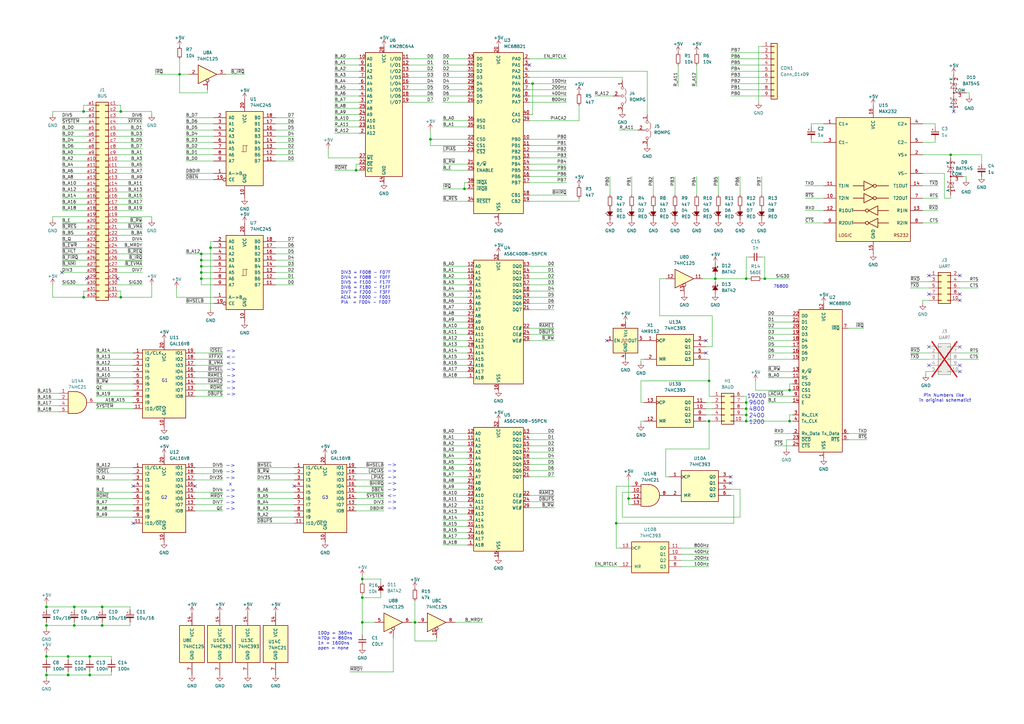
<source format=kicad_sch>
(kicad_sch (version 20250114) (generator "eeschema") (generator_version "9.0")
  (paper "A3")
  (title_block (title "CPU09MON Board") (date "2025-01-31") (rev "v1.0") (company "100% Offner") (comment 1 "v1.0: Initial") (comment 2 "Redrawn vrom kees1948 FLEX and UniFLEX Systems."))
  (text "->\n->\n->\n->\n->\n<-\n->\n->\n" (at 160.782 199.644 0) (effects (font (size 1.5748 1.5748))))
  (text "G1\n" (at 67.564 156.21 0) (effects (font (size 1.27 1.27))))
  (text "->\n->\n->\nx\n->\n->\n->\n->\n" (at 94.488 199.898 0) (effects (font (size 1.5748 1.5748))))
  (text "G2" (at 67.31 204.216 0) (effects (font (size 1.27 1.27))))
  (text "->\n<-\n<-\n->\n->\n->\n->\n->\n" (at 94.742 152.908 0) (effects (font (size 1.5748 1.5748))))
  (text "19200\n9600\n4800\n2400\n1200\n" (at 310.388 167.894 0) (effects (font (size 1.651 1.651))))
  (text "100p = 360ns\n470p = 860ns\n1n = 1600ns\nopen = none" (at 130.302 262.89 0) (effects (font (size 1.27 1.27)) (justify left)))
  (text "G3" (at 133.35 204.216 0) (effects (font (size 1.27 1.27))))
  (text "Pin Numbers like \nin original schematic!" (at 387.604 163.322 0) (effects (font (size 1.27 1.27))))
  (text "DIV3 = F008 - F07F\nDIV4 = F088 - F0FF\nDIV5 = F100 - F17F\nDIV6 = F180 - F1FF\nDIV7 = F200 - F3FF\nACIA = F000 - F001\nPIA  = F004 - F007" (at 139.6983 118.0337 0) (effects (font (size 1.27 1.27)) (justify left)))
  (text "76800" (at 320.294 117.602 0) (effects (font (size 1.27 1.27))))
  (junction (at 306.07 114.3))
  (junction (at 306.07 172.72))
  (junction (at 293.37 114.3))
  (junction (at 290.83 172.72))
  (junction (at 86.36 101.6))
  (junction (at 27.94 269.24))
  (junction (at 19.05 276.86))
  (junction (at 290.83 156.21))
  (junction (at 36.83 269.24))
  (junction (at 252.73 214.63))
  (junction (at 306.07 167.64))
  (junction (at 257.81 204.47))
  (junction (at 190.5 77.47))
  (junction (at 34.29 45.72))
  (junction (at 306.07 165.1))
  (junction (at 41.91 248.92))
  (junction (at 82.55 111.76))
  (junction (at 82.55 104.14))
  (junction (at 148.59 245.11))
  (junction (at 27.94 276.86))
  (junction (at 49.53 121.92))
  (junction (at 73.66 30.48))
  (junction (at 82.55 114.3))
  (junction (at 306.07 170.18))
  (junction (at 19.05 269.24))
  (junction (at 148.59 237.49))
  (junction (at 30.48 248.92))
  (junction (at 34.29 121.92))
  (junction (at 82.55 109.22))
  (junction (at 176.53 57.15))
  (junction (at 19.05 256.54))
  (junction (at 82.55 106.68))
  (junction (at 146.05 69.85))
  (junction (at 30.48 256.54))
  (junction (at 389.89 63.5))
  (junction (at 148.59 255.27))
  (junction (at 313.69 114.3))
  (junction (at 170.18 255.27))
  (junction (at 41.91 256.54))
  (junction (at 218.44 34.29))
  (junction (at 323.85 172.72))
  (junction (at 323.85 160.02))
  (junction (at 36.83 276.86))
  (junction (at 19.05 248.92))
  (junction (at 49.53 45.72))
  (no_connect (at 54.61 214.63))
  (no_connect (at 381 142.24))
  (no_connect (at 391.16 45.72))
  (no_connect (at 393.7 142.24))
  (no_connect (at 381 120.65))
  (no_connect (at 289.56 139.7))
  (no_connect (at 35.56 114.3))
  (no_connect (at 299.72 198.12))
  (no_connect (at 25.4 111.76))
  (no_connect (at 80.01 199.39))
  (no_connect (at 393.7 123.19))
  (no_connect (at 381 113.03))
  (no_connect (at 48.26 114.3))
  (no_connect (at 299.72 195.58))
  (no_connect (at 248.92 139.7))
  (no_connect (at 120.65 199.39))
  (no_connect (at 393.7 120.65))
  (no_connect (at 393.7 149.86))
  (no_connect (at 289.56 144.78))
  (no_connect (at 393.7 113.03))
  (no_connect (at 54.61 199.39))
  (no_connect (at 217.17 26.67))
  (no_connect (at 381 149.86))
  (no_connect (at 393.7 152.4))
  (wire (pts (xy 39.37 154.94) (xy 54.61 154.94)))
  (wire (pts (xy 148.59 245.11) (xy 156.21 245.11)))
  (wire (pts (xy 217.17 203.2) (xy 227.33 203.2)))
  (wire (pts (xy 181.61 220.98) (xy 191.77 220.98)))
  (wire (pts (xy 332.74 57.15) (xy 332.74 58.42)))
  (wire (pts (xy 181.61 69.85) (xy 191.77 69.85)))
  (wire (pts (xy 147.32 52.07) (xy 137.16 52.07)))
  (wire (pts (xy 337.82 50.8) (xy 332.74 50.8)))
  (wire (pts (xy 113.03 99.06) (xy 120.65 99.06)))
  (wire (pts (xy 148.59 237.49) (xy 148.59 238.76)))
  (wire (pts (xy 191.77 195.58) (xy 181.61 195.58)))
  (wire (pts (xy 299.72 24.13) (xy 312.42 24.13)))
  (wire (pts (xy 30.48 248.92) (xy 30.48 250.19)))
  (wire (pts (xy 48.26 86.36) (xy 58.42 86.36)))
  (wire (pts (xy 48.26 55.88) (xy 58.42 55.88)))
  (wire (pts (xy 317.5 182.88) (xy 325.12 182.88)))
  (wire (pts (xy 21.59 121.92) (xy 21.59 116.84)))
  (wire (pts (xy 314.96 137.16) (xy 325.12 137.16)))
  (wire (pts (xy 299.72 200.66) (xy 303.53 200.66)))
  (wire (pts (xy 80.01 201.93) (xy 91.44 201.93)))
  (wire (pts (xy 177.8 41.91) (xy 167.64 41.91)))
  (wire (pts (xy 39.37 149.86) (xy 54.61 149.86)))
  (wire (pts (xy 177.8 24.13) (xy 167.64 24.13)))
  (wire (pts (xy 191.77 139.7) (xy 181.61 139.7)))
  (wire (pts (xy 323.85 157.48) (xy 325.12 157.48)))
  (wire (pts (xy 259.08 72.39) (xy 259.08 80.01)))
  (wire (pts (xy 48.26 60.96) (xy 58.42 60.96)))
  (wire (pts (xy 217.17 64.77) (xy 232.41 64.77)))
  (wire (pts (xy 48.26 73.66) (xy 58.42 73.66)))
  (wire (pts (xy 227.33 187.96) (xy 217.17 187.96)))
  (wire (pts (xy 82.55 106.68) (xy 87.63 106.68)))
  (wire (pts (xy 168.91 255.27) (xy 170.18 255.27)))
  (wire (pts (xy 147.32 46.99) (xy 137.16 46.99)))
  (wire (pts (xy 48.26 63.5) (xy 58.42 63.5)))
  (wire (pts (xy 314.96 144.78) (xy 325.12 144.78)))
  (wire (pts (xy 21.59 45.72) (xy 21.59 46.99)))
  (wire (pts (xy 15.24 166.37) (xy 24.13 166.37)))
  (wire (pts (xy 217.17 74.93) (xy 232.41 74.93)))
  (wire (pts (xy 147.32 31.75) (xy 137.16 31.75)))
  (wire (pts (xy 48.26 58.42) (xy 58.42 58.42)))
  (wire (pts (xy 25.4 96.52) (xy 35.56 96.52)))
  (wire (pts (xy 290.83 156.21) (xy 290.83 162.56)))
  (wire (pts (xy 306.07 167.64) (xy 306.07 170.18)))
  (wire (pts (xy 147.32 36.83) (xy 137.16 36.83)))
  (wire (pts (xy 48.26 48.26) (xy 58.42 48.26)))
  (wire (pts (xy 217.17 134.62) (xy 227.33 134.62)))
  (wire (pts (xy 181.61 24.13) (xy 191.77 24.13)))
  (wire (pts (xy 146.05 201.93) (xy 157.48 201.93)))
  (wire (pts (xy 48.26 119.38) (xy 49.53 119.38)))
  (wire (pts (xy 19.05 269.24) (xy 19.05 270.51)))
  (wire (pts (xy 290.83 172.72) (xy 290.83 184.15)))
  (wire (pts (xy 227.33 182.88) (xy 217.17 182.88)))
  (wire (pts (xy 191.77 137.16) (xy 181.61 137.16)))
  (wire (pts (xy 147.32 54.61) (xy 137.16 54.61)))
  (wire (pts (xy 45.72 275.59) (xy 45.72 276.86)))
  (wire (pts (xy 80.01 157.48) (xy 91.44 157.48)))
  (wire (pts (xy 25.4 101.6) (xy 35.56 101.6)))
  (wire (pts (xy 27.94 275.59) (xy 27.94 276.86)))
  (wire (pts (xy 313.69 114.3) (xy 312.42 114.3)))
  (wire (pts (xy 41.91 248.92) (xy 41.91 250.19)))
  (wire (pts (xy 227.33 190.5) (xy 217.17 190.5)))
  (wire (pts (xy 25.4 78.74) (xy 35.56 78.74)))
  (wire (pts (xy 82.55 109.22) (xy 87.63 109.22)))
  (wire (pts (xy 378.46 86.36) (xy 384.81 86.36)))
  (wire (pts (xy 147.32 69.85) (xy 146.05 69.85)))
  (wire (pts (xy 285.75 26.67) (xy 285.75 35.56)))
  (wire (pts (xy 306.07 165.1) (xy 306.07 167.64)))
  (wire (pts (xy 170.18 255.27) (xy 171.45 255.27)))
  (wire (pts (xy 262.89 165.1) (xy 264.16 165.1)))
  (wire (pts (xy 80.01 194.31) (xy 91.44 194.31)))
  (wire (pts (xy 105.41 201.93) (xy 120.65 201.93)))
  (wire (pts (xy 176.53 57.15) (xy 176.53 53.34)))
  (wire (pts (xy 394.97 72.39) (xy 396.24 72.39)))
  (wire (pts (xy 137.16 69.85) (xy 146.05 69.85)))
  (wire (pts (xy 25.4 55.88) (xy 35.56 55.88)))
  (wire (pts (xy 39.37 194.31) (xy 54.61 194.31)))
  (wire (pts (xy 293.37 114.3) (xy 306.07 114.3)))
  (wire (pts (xy 30.48 255.27) (xy 30.48 256.54)))
  (wire (pts (xy 82.55 116.84) (xy 87.63 116.84)))
  (wire (pts (xy 217.17 82.55) (xy 237.49 82.55)))
  (wire (pts (xy 148.59 236.22) (xy 148.59 237.49)))
  (wire (pts (xy 191.77 134.62) (xy 181.61 134.62)))
  (wire (pts (xy 237.49 43.18) (xy 237.49 49.53)))
  (wire (pts (xy 34.29 45.72) (xy 35.56 45.72)))
  (wire (pts (xy 19.05 256.54) (xy 19.05 257.81)))
  (wire (pts (xy 252.73 214.63) (xy 300.99 214.63)))
  (wire (pts (xy 330.2 76.2) (xy 337.82 76.2)))
  (wire (pts (xy 290.83 184.15) (xy 273.05 184.15)))
  (wire (pts (xy 299.72 29.21) (xy 312.42 29.21)))
  (wire (pts (xy 384.81 81.28) (xy 378.46 81.28)))
  (wire (pts (xy 264.16 147.32) (xy 262.89 147.32)))
  (wire (pts (xy 85.09 38.1) (xy 73.66 38.1)))
  (wire (pts (xy 76.2 124.46) (xy 87.63 124.46)))
  (wire (pts (xy 217.17 59.69) (xy 232.41 59.69)))
  (wire (pts (xy 389.89 63.5) (xy 389.89 64.77)))
  (wire (pts (xy 113.03 66.04) (xy 120.65 66.04)))
  (wire (pts (xy 300.99 203.2) (xy 300.99 214.63)))
  (wire (pts (xy 217.17 41.91) (xy 232.41 41.91)))
  (wire (pts (xy 146.05 67.31) (xy 147.32 67.31)))
  (wire (pts (xy 113.03 114.3) (xy 120.65 114.3)))
  (wire (pts (xy 35.56 121.92) (xy 34.29 121.92)))
  (wire (pts (xy 402.59 63.5) (xy 402.59 67.31)))
  (wire (pts (xy 191.77 185.42) (xy 181.61 185.42)))
  (wire (pts (xy 330.2 91.44) (xy 337.82 91.44)))
  (wire (pts (xy 49.53 45.72) (xy 48.26 45.72)))
  (wire (pts (xy 147.32 39.37) (xy 137.16 39.37)))
  (wire (pts (xy 39.37 207.01) (xy 54.61 207.01)))
  (wire (pts (xy 76.2 60.96) (xy 87.63 60.96)))
  (wire (pts (xy 19.05 267.97) (xy 19.05 269.24)))
  (wire (pts (xy 311.15 19.05) (xy 312.42 19.05)))
  (wire (pts (xy 191.77 180.34) (xy 181.61 180.34)))
  (wire (pts (xy 25.4 106.68) (xy 35.56 106.68)))
  (wire (pts (xy 146.05 191.77) (xy 157.48 191.77)))
  (wire (pts (xy 264.16 172.72) (xy 262.89 172.72)))
  (wire (pts (xy 25.4 83.82) (xy 35.56 83.82)))
  (wire (pts (xy 306.07 172.72) (xy 304.8 172.72)))
  (wire (pts (xy 257.81 196.85) (xy 257.81 204.47)))
  (wire (pts (xy 63.5 30.48) (xy 73.66 30.48)))
  (wire (pts (xy 227.33 127) (xy 217.17 127)))
  (wire (pts (xy 378.46 123.19) (xy 378.46 124.46)))
  (wire (pts (xy 304.8 165.1) (xy 306.07 165.1)))
  (wire (pts (xy 270.51 114.3) (xy 273.05 114.3)))
  (wire (pts (xy 48.26 68.58) (xy 58.42 68.58)))
  (wire (pts (xy 299.72 39.37) (xy 312.42 39.37)))
  (wire (pts (xy 181.61 154.94) (xy 191.77 154.94)))
  (wire (pts (xy 255.27 212.09) (xy 255.27 201.93)))
  (wire (pts (xy 25.4 81.28) (xy 35.56 81.28)))
  (wire (pts (xy 227.33 121.92) (xy 217.17 121.92)))
  (wire (pts (xy 76.2 71.12) (xy 87.63 71.12)))
  (wire (pts (xy 325.12 160.02) (xy 323.85 160.02)))
  (wire (pts (xy 279.4 224.79) (xy 290.83 224.79)))
  (wire (pts (xy 191.77 190.5) (xy 181.61 190.5)))
  (wire (pts (xy 176.53 59.69) (xy 191.77 59.69)))
  (wire (pts (xy 227.33 111.76) (xy 217.17 111.76)))
  (wire (pts (xy 21.59 88.9) (xy 35.56 88.9)))
  (wire (pts (xy 387.35 71.12) (xy 387.35 81.28)))
  (wire (pts (xy 39.37 157.48) (xy 54.61 157.48)))
  (wire (pts (xy 306.07 162.56) (xy 306.07 165.1)))
  (wire (pts (xy 181.61 142.24) (xy 191.77 142.24)))
  (wire (pts (xy 80.01 209.55) (xy 91.44 209.55)))
  (wire (pts (xy 105.41 191.77) (xy 120.65 191.77)))
  (wire (pts (xy 396.24 72.39) (xy 396.24 73.66)))
  (wire (pts (xy 181.61 67.31) (xy 191.77 67.31)))
  (wire (pts (xy 170.18 255.27) (xy 170.18 262.89)))
  (wire (pts (xy 217.17 67.31) (xy 232.41 67.31)))
  (wire (pts (xy 36.83 276.86) (xy 45.72 276.86)))
  (wire (pts (xy 25.4 86.36) (xy 35.56 86.36)))
  (wire (pts (xy 76.2 50.8) (xy 87.63 50.8)))
  (wire (pts (xy 217.17 29.21) (xy 265.43 29.21)))
  (wire (pts (xy 25.4 91.44) (xy 35.56 91.44)))
  (wire (pts (xy 25.4 53.34) (xy 35.56 53.34)))
  (wire (pts (xy 39.37 167.64) (xy 54.61 167.64)))
  (wire (pts (xy 323.85 160.02) (xy 323.85 157.48)))
  (wire (pts (xy 259.08 207.01) (xy 257.81 207.01)))
  (wire (pts (xy 191.77 114.3) (xy 181.61 114.3)))
  (wire (pts (xy 156.21 245.11) (xy 156.21 243.84)))
  (wire (pts (xy 113.03 53.34) (xy 120.65 53.34)))
  (wire (pts (xy 62.23 88.9) (xy 62.23 90.17)))
  (wire (pts (xy 186.69 255.27) (xy 198.12 255.27)))
  (wire (pts (xy 279.4 232.41) (xy 290.83 232.41)))
  (wire (pts (xy 76.2 66.04) (xy 87.63 66.04)))
  (wire (pts (xy 113.03 55.88) (xy 120.65 55.88)))
  (wire (pts (xy 34.29 45.72) (xy 21.59 45.72)))
  (wire (pts (xy 387.35 81.28) (xy 389.89 81.28)))
  (wire (pts (xy 25.4 48.26) (xy 35.56 48.26)))
  (wire (pts (xy 243.84 232.41) (xy 254 232.41)))
  (wire (pts (xy 373.38 118.11) (xy 381 118.11)))
  (wire (pts (xy 218.44 34.29) (xy 218.44 46.99)))
  (wire (pts (xy 191.77 124.46) (xy 181.61 124.46)))
  (wire (pts (xy 227.33 119.38) (xy 217.17 119.38)))
  (wire (pts (xy 190.5 74.93) (xy 190.5 77.47)))
  (wire (pts (xy 227.33 195.58) (xy 217.17 195.58)))
  (wire (pts (xy 134.62 64.77) (xy 147.32 64.77)))
  (wire (pts (xy 306.07 172.72) (xy 323.85 172.72)))
  (wire (pts (xy 191.77 111.76) (xy 181.61 111.76)))
  (wire (pts (xy 19.05 256.54) (xy 30.48 256.54)))
  (wire (pts (xy 181.61 62.23) (xy 191.77 62.23)))
  (wire (pts (xy 270.51 129.54) (xy 270.51 114.3)))
  (wire (pts (xy 255.27 31.75) (xy 255.27 33.02)))
  (wire (pts (xy 146.05 194.31) (xy 157.48 194.31)))
  (wire (pts (xy 113.03 109.22) (xy 120.65 109.22)))
  (wire (pts (xy 39.37 165.1) (xy 54.61 165.1)))
  (wire (pts (xy 181.61 144.78) (xy 191.77 144.78)))
  (wire (pts (xy 397.51 38.1) (xy 397.51 39.37)))
  (wire (pts (xy 148.59 255.27) (xy 148.59 260.35)))
  (wire (pts (xy 147.32 29.21) (xy 137.16 29.21)))
  (wire (pts (xy 191.77 182.88) (xy 181.61 182.88)))
  (wire (pts (xy 53.34 248.92) (xy 53.34 250.19)))
  (wire (pts (xy 299.72 203.2) (xy 300.99 203.2)))
  (wire (pts (xy 80.01 154.94) (xy 91.44 154.94)))
  (wire (pts (xy 21.59 88.9) (xy 21.59 90.17)))
  (wire (pts (xy 314.96 142.24) (xy 325.12 142.24)))
  (wire (pts (xy 25.4 93.98) (xy 35.56 93.98)))
  (wire (pts (xy 262.89 147.32) (xy 262.89 148.59)))
  (wire (pts (xy 378.46 50.8) (xy 383.54 50.8)))
  (wire (pts (xy 262.89 156.21) (xy 290.83 156.21)))
  (wire (pts (xy 304.8 170.18) (xy 306.07 170.18)))
  (wire (pts (xy 289.56 147.32) (xy 290.83 147.32)))
  (wire (pts (xy 314.96 154.94) (xy 325.12 154.94)))
  (wire (pts (xy 76.2 58.42) (xy 87.63 58.42)))
  (wire (pts (xy 148.59 237.49) (xy 156.21 237.49)))
  (wire (pts (xy 389.89 63.5) (xy 402.59 63.5)))
  (wire (pts (xy 191.77 208.28) (xy 181.61 208.28)))
  (wire (pts (xy 36.83 269.24) (xy 45.72 269.24)))
  (wire (pts (xy 146.05 209.55) (xy 157.48 209.55)))
  (wire (pts (xy 53.34 255.27) (xy 53.34 256.54)))
  (wire (pts (xy 317.5 177.8) (xy 325.12 177.8)))
  (wire (pts (xy 181.61 149.86) (xy 191.77 149.86)))
  (wire (pts (xy 217.17 36.83) (xy 232.41 36.83)))
  (wire (pts (xy 27.94 269.24) (xy 27.94 270.51)))
  (wire (pts (xy 312.42 72.39) (xy 312.42 80.01)))
  (wire (pts (xy 191.77 187.96) (xy 181.61 187.96)))
  (wire (pts (xy 252.73 214.63) (xy 252.73 224.79)))
  (wire (pts (xy 393.7 118.11) (xy 401.32 118.11)))
  (wire (pts (xy 80.01 144.78) (xy 91.44 144.78)))
  (wire (pts (xy 25.4 111.76) (xy 35.56 111.76)))
  (wire (pts (xy 181.61 210.82) (xy 191.77 210.82)))
  (wire (pts (xy 181.61 213.36) (xy 191.77 213.36)))
  (wire (pts (xy 39.37 160.02) (xy 54.61 160.02)))
  (wire (pts (xy 191.77 203.2) (xy 181.61 203.2)))
  (wire (pts (xy 177.8 34.29) (xy 167.64 34.29)))
  (wire (pts (xy 290.83 172.72) (xy 292.1 172.72)))
  (wire (pts (xy 25.4 71.12) (xy 35.56 71.12)))
  (wire (pts (xy 82.55 114.3) (xy 82.55 116.84)))
  (wire (pts (xy 146.05 207.01) (xy 157.48 207.01)))
  (wire (pts (xy 384.81 76.2) (xy 378.46 76.2)))
  (wire (pts (xy 257.81 204.47) (xy 259.08 204.47)))
  (wire (pts (xy 255.27 201.93) (xy 259.08 201.93)))
  (wire (pts (xy 39.37 204.47) (xy 54.61 204.47)))
  (wire (pts (xy 86.36 101.6) (xy 87.63 101.6)))
  (wire (pts (xy 85.09 36.83) (xy 85.09 38.1)))
  (wire (pts (xy 279.4 229.87) (xy 290.83 229.87)))
  (wire (pts (xy 19.05 269.24) (xy 27.94 269.24)))
  (wire (pts (xy 19.05 247.65) (xy 19.05 248.92)))
  (wire (pts (xy 190.5 77.47) (xy 191.77 77.47)))
  (wire (pts (xy 181.61 26.67) (xy 191.77 26.67)))
  (wire (pts (xy 48.26 106.68) (xy 58.42 106.68)))
  (wire (pts (xy 217.17 72.39) (xy 232.41 72.39)))
  (wire (pts (xy 396.24 38.1) (xy 397.51 38.1)))
  (wire (pts (xy 49.53 121.92) (xy 62.23 121.92)))
  (wire (pts (xy 19.05 248.92) (xy 19.05 250.19)))
  (wire (pts (xy 293.37 114.3) (xy 288.29 114.3)))
  (wire (pts (xy 34.29 119.38) (xy 34.29 121.92)))
  (wire (pts (xy 147.32 34.29) (xy 137.16 34.29)))
  (wire (pts (xy 217.17 62.23) (xy 232.41 62.23)))
  (wire (pts (xy 48.26 101.6) (xy 58.42 101.6)))
  (wire (pts (xy 177.8 39.37) (xy 167.64 39.37)))
  (wire (pts (xy 257.81 204.47) (xy 257.81 207.01)))
  (wire (pts (xy 147.32 24.13) (xy 137.16 24.13)))
  (wire (pts (xy 19.05 276.86) (xy 27.94 276.86)))
  (wire (pts (xy 381 152.4) (xy 379.73 152.4)))
  (wire (pts (xy 113.03 101.6) (xy 120.65 101.6)))
  (wire (pts (xy 181.61 223.52) (xy 191.77 223.52)))
  (wire (pts (xy 292.1 162.56) (xy 290.83 162.56)))
  (wire (pts (xy 76.2 53.34) (xy 87.63 53.34)))
  (wire (pts (xy 299.72 21.59) (xy 312.42 21.59)))
  (wire (pts (xy 36.83 275.59) (xy 36.83 276.86)))
  (wire (pts (xy 76.2 73.66) (xy 87.63 73.66)))
  (wire (pts (xy 25.4 50.8) (xy 35.56 50.8)))
  (wire (pts (xy 148.59 243.84) (xy 148.59 245.11)))
  (wire (pts (xy 41.91 255.27) (xy 41.91 256.54)))
  (wire (pts (xy 25.4 109.22) (xy 35.56 109.22)))
  (wire (pts (xy 279.4 227.33) (xy 290.83 227.33)))
  (wire (pts (xy 314.96 129.54) (xy 325.12 129.54)))
  (wire (pts (xy 227.33 116.84) (xy 217.17 116.84)))
  (wire (pts (xy 250.19 72.39) (xy 250.19 80.01)))
  (wire (pts (xy 218.44 34.29) (xy 232.41 34.29)))
  (wire (pts (xy 227.33 193.04) (xy 217.17 193.04)))
  (wire (pts (xy 306.07 105.41) (xy 306.07 114.3)))
  (wire (pts (xy 25.4 76.2) (xy 35.56 76.2)))
  (wire (pts (xy 383.54 58.42) (xy 378.46 58.42)))
  (wire (pts (xy 217.17 46.99) (xy 218.44 46.99)))
  (wire (pts (xy 181.61 152.4) (xy 191.77 152.4)))
  (wire (pts (xy 262.89 172.72) (xy 262.89 173.99)))
  (wire (pts (xy 15.24 168.91) (xy 24.13 168.91)))
  (wire (pts (xy 383.54 50.8) (xy 383.54 52.07)))
  (wire (pts (xy 323.85 170.18) (xy 323.85 172.72)))
  (wire (pts (xy 314.96 147.32) (xy 325.12 147.32)))
  (wire (pts (xy 25.4 73.66) (xy 35.56 73.66)))
  (wire (pts (xy 181.61 82.55) (xy 191.77 82.55)))
  (wire (pts (xy 314.96 132.08) (xy 325.12 132.08)))
  (wire (pts (xy 113.03 106.68) (xy 120.65 106.68)))
  (wire (pts (xy 80.01 204.47) (xy 91.44 204.47)))
  (wire (pts (xy 105.41 194.31) (xy 120.65 194.31)))
  (wire (pts (xy 113.03 48.26) (xy 120.65 48.26)))
  (wire (pts (xy 82.55 111.76) (xy 87.63 111.76)))
  (wire (pts (xy 176.53 57.15) (xy 191.77 57.15)))
  (wire (pts (xy 217.17 39.37) (xy 232.41 39.37)))
  (wire (pts (xy 177.8 36.83) (xy 167.64 36.83)))
  (wire (pts (xy 312.42 105.41) (xy 313.69 105.41)))
  (wire (pts (xy 289.56 172.72) (xy 290.83 172.72)))
  (wire (pts (xy 48.26 81.28) (xy 58.42 81.28)))
  (wire (pts (xy 217.17 208.28) (xy 227.33 208.28)))
  (wire (pts (xy 191.77 132.08) (xy 181.61 132.08)))
  (wire (pts (xy 25.4 104.14) (xy 35.56 104.14)))
  (wire (pts (xy 35.56 43.18) (xy 34.29 43.18)))
  (wire (pts (xy 48.26 53.34) (xy 58.42 53.34)))
  (wire (pts (xy 292.1 129.54) (xy 270.51 129.54)))
  (wire (pts (xy 354.33 134.62) (xy 347.98 134.62)))
  (wire (pts (xy 191.77 193.04) (xy 181.61 193.04)))
  (wire (pts (xy 227.33 114.3) (xy 217.17 114.3)))
  (wire (pts (xy 307.34 105.41) (xy 306.07 105.41)))
  (wire (pts (xy 48.26 96.52) (xy 58.42 96.52)))
  (wire (pts (xy 48.26 76.2) (xy 58.42 76.2)))
  (wire (pts (xy 306.07 170.18) (xy 306.07 172.72)))
  (wire (pts (xy 49.53 119.38) (xy 49.53 121.92)))
  (wire (pts (xy 217.17 31.75) (xy 255.27 31.75)))
  (wire (pts (xy 227.33 185.42) (xy 217.17 185.42)))
  (wire (pts (xy 177.8 29.21) (xy 167.64 29.21)))
  (wire (pts (xy 314.96 165.1) (xy 325.12 165.1)))
  (wire (pts (xy 19.05 255.27) (xy 19.05 256.54)))
  (wire (pts (xy 191.77 109.22) (xy 181.61 109.22)))
  (wire (pts (xy 39.37 144.78) (xy 54.61 144.78)))
  (wire (pts (xy 86.36 99.06) (xy 87.63 99.06)))
  (wire (pts (xy 217.17 205.74) (xy 227.33 205.74)))
  (wire (pts (xy 48.26 43.18) (xy 49.53 43.18)))
  (wire (pts (xy 25.4 116.84) (xy 35.56 116.84)))
  (wire (pts (xy 332.74 50.8) (xy 332.74 52.07)))
  (wire (pts (xy 105.41 204.47) (xy 120.65 204.47)))
  (wire (pts (xy 82.55 104.14) (xy 87.63 104.14)))
  (wire (pts (xy 191.77 121.92) (xy 181.61 121.92)))
  (wire (pts (xy 322.58 184.15) (xy 322.58 180.34)))
  (wire (pts (xy 177.8 26.67) (xy 167.64 26.67)))
  (wire (pts (xy 39.37 201.93) (xy 54.61 201.93)))
  (wire (pts (xy 299.72 34.29) (xy 312.42 34.29)))
  (wire (pts (xy 58.42 109.22) (xy 48.26 109.22)))
  (wire (pts (xy 292.1 142.24) (xy 292.1 129.54)))
  (wire (pts (xy 80.01 149.86) (xy 91.44 149.86)))
  (wire (pts (xy 254 53.34) (xy 261.62 53.34)))
  (wire (pts (xy 62.23 45.72) (xy 62.23 46.99)))
  (wire (pts (xy 48.26 83.82) (xy 58.42 83.82)))
  (wire (pts (xy 113.03 104.14) (xy 120.65 104.14)))
  (wire (pts (xy 48.26 91.44) (xy 58.42 91.44)))
  (wire (pts (xy 306.07 114.3) (xy 307.34 114.3)))
  (wire (pts (xy 181.61 29.21) (xy 191.77 29.21)))
  (wire (pts (xy 191.77 119.38) (xy 181.61 119.38)))
  (wire (pts (xy 378.46 91.44) (xy 384.81 91.44)))
  (wire (pts (xy 227.33 177.8) (xy 217.17 177.8)))
  (wire (pts (xy 15.24 163.83) (xy 24.13 163.83)))
  (wire (pts (xy 153.67 255.27) (xy 148.59 255.27)))
  (wire (pts (xy 322.58 180.34) (xy 325.12 180.34)))
  (wire (pts (xy 355.6 177.8) (xy 347.98 177.8)))
  (wire (pts (xy 314.96 152.4) (xy 325.12 152.4)))
  (wire (pts (xy 147.32 49.53) (xy 137.16 49.53)))
  (wire (pts (xy 147.32 44.45) (xy 137.16 44.45)))
  (wire (pts (xy 217.17 57.15) (xy 232.41 57.15)))
  (wire (pts (xy 378.46 71.12) (xy 387.35 71.12)))
  (wire (pts (xy 267.97 72.39) (xy 267.97 80.01)))
  (wire (pts (xy 217.17 139.7) (xy 227.33 139.7)))
  (wire (pts (xy 289.56 170.18) (xy 292.1 170.18)))
  (wire (pts (xy 48.26 78.74) (xy 58.42 78.74)))
  (wire (pts (xy 39.37 162.56) (xy 54.61 162.56)))
  (wire (pts (xy 146.05 204.47) (xy 157.48 204.47)))
  (wire (pts (xy 82.55 106.68) (xy 82.55 109.22)))
  (wire (pts (xy 113.03 60.96) (xy 120.65 60.96)))
  (wire (pts (xy 146.05 199.39) (xy 157.48 199.39)))
  (wire (pts (xy 237.49 81.28) (xy 237.49 82.55)))
  (wire (pts (xy 273.05 195.58) (xy 274.32 195.58)))
  (wire (pts (xy 378.46 63.5) (xy 389.89 63.5)))
  (wire (pts (xy 80.01 160.02) (xy 91.44 160.02)))
  (wire (pts (xy 113.03 111.76) (xy 120.65 111.76)))
  (wire (pts (xy 265.43 29.21) (xy 265.43 46.99)))
  (wire (pts (xy 48.26 99.06) (xy 58.42 99.06)))
  (wire (pts (xy 25.4 66.04) (xy 35.56 66.04)))
  (wire (pts (xy 176.53 59.69) (xy 176.53 57.15)))
  (wire (pts (xy 39.37 191.77) (xy 54.61 191.77)))
  (wire (pts (xy 190.5 74.93) (xy 191.77 74.93)))
  (wire (pts (xy 304.8 162.56) (xy 306.07 162.56)))
  (wire (pts (xy 273.05 184.15) (xy 273.05 195.58)))
  (wire (pts (xy 41.91 256.54) (xy 53.34 256.54)))
  (wire (pts (xy 181.61 31.75) (xy 191.77 31.75)))
  (wire (pts (xy 34.29 121.92) (xy 21.59 121.92)))
  (wire (pts (xy 27.94 269.24) (xy 36.83 269.24)))
  (wire (pts (xy 289.56 167.64) (xy 292.1 167.64)))
  (wire (pts (xy 381 115.57) (xy 373.38 115.57)))
  (wire (pts (xy 323.85 160.02) (xy 309.88 160.02)))
  (wire (pts (xy 314.96 134.62) (xy 325.12 134.62)))
  (wire (pts (xy 289.56 142.24) (xy 292.1 142.24)))
  (wire (pts (xy 82.55 109.22) (xy 82.55 111.76)))
  (wire (pts (xy 303.53 200.66) (xy 303.53 212.09)))
  (wire (pts (xy 72.39 118.11) (xy 72.39 121.92)))
  (wire (pts (xy 25.4 60.96) (xy 35.56 60.96)))
  (wire (pts (xy 45.72 269.24) (xy 45.72 270.51)))
  (wire (pts (xy 48.26 71.12) (xy 58.42 71.12)))
  (wire (pts (xy 181.61 218.44) (xy 191.77 218.44)))
  (wire (pts (xy 293.37 113.03) (xy 293.37 114.3)))
  (wire (pts (xy 401.32 115.57) (xy 393.7 115.57)))
  (wire (pts (xy 48.26 50.8) (xy 58.42 50.8)))
  (wire (pts (xy 161.29 261.62) (xy 161.29 275.59)))
  (wire (pts (xy 48.26 111.76) (xy 58.42 111.76)))
  (wire (pts (xy 76.2 55.88) (xy 87.63 55.88)))
  (wire (pts (xy 393.7 147.32) (xy 401.32 147.32)))
  (wire (pts (xy 147.32 41.91) (xy 137.16 41.91)))
  (wire (pts (xy 313.69 105.41) (xy 313.69 114.3)))
  (wire (pts (xy 49.53 43.18) (xy 49.53 45.72)))
  (wire (pts (xy 293.37 114.3) (xy 293.37 115.57)))
  (wire (pts (xy 30.48 248.92) (xy 41.91 248.92)))
  (wire (pts (xy 299.72 26.67) (xy 312.42 26.67)))
  (wire (pts (xy 72.39 121.92) (xy 87.63 121.92)))
  (wire (pts (xy 41.91 248.92) (xy 53.34 248.92)))
  (wire (pts (xy 181.61 36.83) (xy 191.77 36.83)))
  (wire (pts (xy 181.61 34.29) (xy 191.77 34.29)))
  (wire (pts (xy 181.61 41.91) (xy 191.77 41.91)))
  (wire (pts (xy 15.24 161.29) (xy 24.13 161.29)))
  (wire (pts (xy 39.37 147.32) (xy 54.61 147.32)))
  (wire (pts (xy 73.66 38.1) (xy 73.66 30.48)))
  (wire (pts (xy 48.26 116.84) (xy 58.42 116.84)))
  (wire (pts (xy 86.36 99.06) (xy 86.36 101.6)))
  (wire (pts (xy 285.75 72.39) (xy 285.75 80.01)))
  (wire (pts (xy 303.53 212.09) (xy 255.27 212.09)))
  (wire (pts (xy 252.73 199.39) (xy 252.73 214.63)))
  (wire (pts (xy 217.17 80.01) (xy 232.41 80.01)))
  (wire (pts (xy 330.2 86.36) (xy 337.82 86.36)))
  (wire (pts (xy 217.17 137.16) (xy 227.33 137.16)))
  (wire (pts (xy 191.77 177.8) (xy 181.61 177.8)))
  (wire (pts (xy 80.01 162.56) (xy 91.44 162.56)))
  (wire (pts (xy 80.01 196.85) (xy 91.44 196.85)))
  (wire (pts (xy 179.07 262.89) (xy 179.07 261.62)))
  (wire (pts (xy 325.12 170.18) (xy 323.85 170.18)))
  (wire (pts (xy 48.26 88.9) (xy 62.23 88.9)))
  (wire (pts (xy 82.55 111.76) (xy 82.55 114.3)))
  (wire (pts (xy 19.05 276.86) (xy 19.05 278.13)))
  (wire (pts (xy 314.96 139.7) (xy 325.12 139.7)))
  (wire (pts (xy 181.61 39.37) (xy 191.77 39.37)))
  (wire (pts (xy 299.72 36.83) (xy 312.42 36.83)))
  (wire (pts (xy 191.77 198.12) (xy 181.61 198.12)))
  (wire (pts (xy 191.77 200.66) (xy 181.61 200.66)))
  (wire (pts (xy 278.13 26.67) (xy 278.13 35.56)))
  (wire (pts (xy 379.73 152.4) (xy 379.73 153.67)))
  (wire (pts (xy 82.55 114.3) (xy 87.63 114.3)))
  (wire (pts (xy 181.61 147.32) (xy 191.77 147.32)))
  (wire (pts (xy 181.61 49.53) (xy 191.77 49.53)))
  (wire (pts (xy 227.33 124.46) (xy 217.17 124.46)))
  (wire (pts (xy 378.46 123.19) (xy 381 123.19)))
  (wire (pts (xy 25.4 58.42) (xy 35.56 58.42)))
  (wire (pts (xy 181.61 52.07) (xy 191.77 52.07)))
  (wire (pts (xy 48.26 93.98) (xy 58.42 93.98)))
  (wire (pts (xy 86.36 101.6) (xy 86.36 127)))
  (wire (pts (xy 303.53 72.39) (xy 303.53 80.01)))
  (wire (pts (xy 309.88 156.21) (xy 309.88 160.02)))
  (wire (pts (xy 217.17 34.29) (xy 218.44 34.29)))
  (wire (pts (xy 58.42 104.14) (xy 48.26 104.14)))
  (wire (pts (xy 76.2 104.14) (xy 82.55 104.14)))
  (wire (pts (xy 373.38 147.32) (xy 381 147.32)))
  (wire (pts (xy 389.89 81.28) (xy 389.89 80.01)))
  (wire (pts (xy 62.23 121.92) (xy 62.23 116.84)))
  (wire (pts (xy 146.05 69.85) (xy 146.05 67.31)))
  (wire (pts (xy 25.4 63.5) (xy 35.56 63.5)))
  (wire (pts (xy 36.83 269.24) (xy 36.83 270.51)))
  (wire (pts (xy 181.61 215.9) (xy 191.77 215.9)))
  (wire (pts (xy 35.56 119.38) (xy 34.29 119.38)))
  (wire (pts (xy 19.05 248.92) (xy 30.48 248.92)))
  (wire (pts (xy 252.73 224.79) (xy 254 224.79)))
  (wire (pts (xy 381 144.78) (xy 373.38 144.78)))
  (wire (pts (xy 25.4 99.06) (xy 35.56 99.06)))
  (wire (pts (xy 299.72 31.75) (xy 312.42 31.75)))
  (wire (pts (xy 27.94 276.86) (xy 36.83 276.86)))
  (wire (pts (xy 134.62 60.96) (xy 134.62 64.77)))
  (wire (pts (xy 113.03 116.84) (xy 120.65 116.84)))
  (wire (pts (xy 313.69 114.3) (xy 323.85 114.3)))
  (wire (pts (xy 100.33 30.48) (xy 92.71 30.48)))
  (wire (pts (xy 105.41 196.85) (xy 120.65 196.85)))
  (wire (pts (xy 290.83 147.32) (xy 290.83 156.21)))
  (wire (pts (xy 30.48 256.54) (xy 41.91 256.54)))
  (wire (pts (xy 105.41 214.63) (xy 120.65 214.63)))
  (wire (pts (xy 19.05 275.59) (xy 19.05 276.86)))
  (wire (pts (xy 401.32 144.78) (xy 393.7 144.78)))
  (wire (pts (xy 48.26 121.92) (xy 49.53 121.92)))
  (wire (pts (xy 147.32 26.67) (xy 137.16 26.67)))
  (wire (pts (xy 311.15 19.05) (xy 311.15 41.91)))
  (wire (pts (xy 191.77 205.74) (xy 181.61 205.74)))
  (wire (pts (xy 259.08 199.39) (xy 252.73 199.39)))
  (wire (pts (xy 383.54 57.15) (xy 383.54 58.42)))
  (wire (pts (xy 39.37 196.85) (xy 54.61 196.85)))
  (wire (pts (xy 355.6 180.34) (xy 347.98 180.34)))
  (wire (pts (xy 34.29 43.18) (xy 34.29 45.72)))
  (wire (pts (xy 294.64 72.39) (xy 294.64 80.01)))
  (wire (pts (xy 227.33 109.22) (xy 217.17 109.22)))
  (wire (pts (xy 49.53 45.72) (xy 62.23 45.72)))
  (wire (pts (xy 105.41 207.01) (xy 120.65 207.01)))
  (wire (pts (xy 289.56 165.1) (xy 292.1 165.1)))
  (wire (pts (xy 314.96 162.56) (xy 325.12 162.56)))
  (wire (pts (xy 73.66 24.13) (xy 73.66 30.48)))
  (wire (pts (xy 39.37 209.55) (xy 54.61 209.55)))
  (wire (pts (xy 262.89 156.21) (xy 262.89 165.1)))
  (wire (pts (xy 80.01 152.4) (xy 91.44 152.4)))
  (wire (pts (xy 143.51 275.59) (xy 161.29 275.59)))
  (wire (pts (xy 105.41 209.55) (xy 120.65 209.55)))
  (wire (pts (xy 113.03 58.42) (xy 120.65 58.42)))
  (wire (pts (xy 148.59 255.27) (xy 148.59 245.11)))
  (wire (pts (xy 39.37 212.09) (xy 54.61 212.09)))
  (wire (pts (xy 39.37 152.4) (xy 54.61 152.4)))
  (wire (pts (xy 170.18 262.89) (xy 179.07 262.89)))
  (wire (pts (xy 80.01 191.77) (xy 91.44 191.77)))
  (wire (pts (xy 76.2 48.26) (xy 87.63 48.26)))
  (wire (pts (xy 191.77 127) (xy 181.61 127)))
  (wire (pts (xy 323.85 172.72) (xy 325.12 172.72)))
  (wire (pts (xy 156.21 238.76) (xy 156.21 237.49)))
  (wire (pts (xy 77.47 30.48) (xy 73.66 30.48)))
  (wire (pts (xy 191.77 116.84) (xy 181.61 116.84)))
  (wire (pts (xy 332.74 58.42) (xy 337.82 58.42)))
  (wire (pts (xy 191.77 129.54) (xy 181.61 129.54)))
  (wire (pts (xy 48.26 66.04) (xy 58.42 66.04)))
  (wire (pts (xy 243.84 39.37) (xy 251.46 39.37)))
  (wire (pts (xy 276.86 72.39) (xy 276.86 80.01)))
  (wire (pts (xy 227.33 180.34) (xy 217.17 180.34)))
  (wire (pts (xy 113.03 50.8) (xy 120.65 50.8)))
  (wire (pts (xy 304.8 167.64) (xy 306.07 167.64)))
  (wire (pts (xy 113.03 63.5) (xy 120.65 63.5)))
  (wire (pts (xy 170.18 246.38) (xy 170.18 255.27)))
  (wire (pts (xy 76.2 63.5) (xy 87.63 63.5)))
  (wire (pts (xy 105.41 212.09) (xy 120.65 212.09)))
  (wire (pts (xy 82.55 104.14) (xy 82.55 106.68)))
  (wire (pts (xy 80.01 207.01) (xy 91.44 207.01)))
  (wire (pts (xy 146.05 196.85) (xy 157.48 196.85)))
  (wire (pts (xy 217.17 69.85) (xy 232.41 69.85)))
  (wire (pts (xy 177.8 31.75) (xy 167.64 31.75)))
  (wire (pts (xy 25.4 68.58) (xy 35.56 68.58)))
  (wire (pts (xy 217.17 24.13) (xy 232.41 24.13)))
  (wire (pts (xy 80.01 147.32) (xy 91.44 147.32)))
  (wire (pts (xy 181.61 77.47) (xy 190.5 77.47)))
  (wire (pts (xy 217.17 49.53) (xy 237.49 49.53)))
  (wire (pts (xy 330.2 81.28) (xy 337.82 81.28)))
  (label "B_A12" (at 76.2 104.14 0))
  (label "B_A17" (at 181.61 220.98 0))
  (label "100Hz" (at 290.83 232.41 180))
  (label "B_A12" (at 181.61 208.28 0))
  (label "800Hz" (at 232.41 41.91 180))
  (label "~{RAME1}" (at 91.44 154.94 180))
  (label "D5" (at 227.33 121.92 180))
  (label "~{RTS}" (at 330.2 81.28 0))
  (label "PB3" (at 276.86 72.39 270))
  (label "~{IRQ}" (at 354.33 134.62 180))
  (label "B_A5" (at 137.16 36.83 0))
  (label "B_A14" (at 39.37 144.78 0))
  (label "D1" (at 120.65 63.5 180))
  (label "QE" (at 91.44 209.55 180))
  (label "B_A16" (at 181.61 218.44 0))
  (label "PB2" (at 232.41 62.23 180))
  (label "B_A3" (at 181.61 185.42 0))
  (label "PB0" (at 250.19 72.39 270))
  (label "DIV3S" (at 91.44 196.85 180))
  (label "B_A0" (at 137.16 24.13 0))
  (label "D3" (at 314.96 137.16 0))
  (label "~{B_VMA}" (at 91.44 149.86 180))
  (label "B_A9" (at 181.61 200.66 0))
  (label "TXD" (at 355.6 177.8 180))
  (label "B_A6" (at 137.16 39.37 0))
  (label "~{XFFXX}" (at 58.42 50.8 180))
  (label "B_D0" (at 25.4 53.34 0))
  (label "R_A11" (at 278.13 35.56 90))
  (label "D6" (at 314.96 144.78 0))
  (label "B_A17" (at 58.42 83.82 180))
  (label "D3" (at 227.33 116.84 180))
  (label "PB7" (at 299.72 21.59 0))
  (label "B_A13" (at 181.61 142.24 0))
  (label "~{LACIAS}" (at 314.96 162.56 0))
  (label "D4" (at 120.65 55.88 180))
  (label "D4" (at 227.33 187.96 180))
  (label "CTS" (at 401.32 118.11 180))
  (label "800Hz" (at 290.83 224.79 180))
  (label "PB2" (at 267.97 72.39 270))
  (label "B_D2" (at 76.2 60.96 0))
  (label "B_A1" (at 181.61 111.76 0))
  (label "A18_A15" (at 43.18 165.1 0))
  (label "B_A7" (at 181.61 127 0))
  (label "B_D0" (at 76.2 66.04 0))
  (label "B_A0" (at 181.61 177.8 0))
  (label "B_D5" (at 76.2 53.34 0))
  (label "EN_RTCLK" (at 232.41 24.13 180))
  (label "B_A5" (at 58.42 68.58 180))
  (label "400Hz" (at 290.83 227.33 180))
  (label "R_A12" (at 285.75 35.56 90))
  (label "~{B_VMA}" (at 58.42 93.98 180))
  (label "~{TXD}" (at 373.38 118.11 0))
  (label "~{DBUFS}" (at 105.41 214.63 0))
  (label "B_A4" (at 25.4 68.58 0))
  (label "D1" (at 227.33 111.76 180))
  (label "D2" (at 120.65 111.76 180))
  (label "100Hz" (at 232.41 34.29 180))
  (label "B_A18" (at 15.24 168.91 0))
  (label "D2" (at 120.65 60.96 180))
  (label "B_D2" (at 25.4 55.88 0))
  (label "SIG30" (at 58.42 116.84 180))
  (label "B_A6" (at 181.61 193.04 0))
  (label "B_A11" (at 58.42 76.2 180))
  (label "200Hz" (at 290.83 229.87 180))
  (label "PB6" (at 232.41 72.39 180))
  (label "~{RXD}" (at 373.38 115.57 0))
  (label "~{RAME1}" (at 227.33 134.62 180))
  (label "DIV6" (at 91.44 194.31 180))
  (label "B_A15" (at 181.61 215.9 0))
  (label "~{BHSEL}" (at 91.44 152.4 180))
  (label "D1" (at 181.61 26.67 0))
  (label "B_A1" (at 181.61 52.07 0))
  (label "B_Q" (at 25.4 99.06 0))
  (label "R_A12" (at 137.16 54.61 0))
  (label "~{IRQ}" (at 63.5 30.48 0))
  (label "B_A6" (at 25.4 71.12 0))
  (label "~{DBUFS}" (at 227.33 137.16 180))
  (label "B_A3" (at 137.16 31.75 0))
  (label "B_A2" (at 181.61 182.88 0))
  (label "B_Q" (at 39.37 196.85 0))
  (label "PB2" (at 299.72 34.29 0))
  (label "PB6" (at 303.53 72.39 270))
  (label "B_A12" (at 39.37 191.77 0))
  (label "DIV7" (at 58.42 111.76 180))
  (label "~{DBUFS}" (at 227.33 205.74 180))
  (label "D6" (at 120.65 50.8 180))
  (label "B_D3" (at 58.42 55.88 180))
  (label "200Hz" (at 232.41 36.83 180))
  (label "EN_RTCLK" (at 243.84 232.41 0))
  (label "PB6" (at 299.72 24.13 0))
  (label "D2" (at 227.33 182.88 180))
  (label "D1" (at 120.65 114.3 180))
  (label "B_A16" (at 25.4 83.82 0))
  (label "~{B_REQ}" (at 58.42 104.14 180))
  (label "~{B_RES}" (at 181.61 82.55 0))
  (label "B_A0" (at 181.61 49.53 0))
  (label "D1" (at 177.8 26.67 180))
  (label "PB4" (at 232.41 67.31 180))
  (label "D0" (at 120.65 116.84 180))
  (label "~{CTS}" (at 317.5 182.88 0))
  (label "D2" (at 227.33 114.3 180))
  (label "~{IOSEL}" (at 39.37 194.31 0))
  (label "D4" (at 314.96 139.7 0))
  (label "~{SYSTEM}" (at 157.48 204.47 180))
  (label "B_A4" (at 105.41 207.01 0))
  (label "~{B_IRQ}" (at 100.33 30.48 180))
  (label "~{DBUFS}" (at 91.44 162.56 180))
  (label "D0" (at 227.33 109.22 180))
  (label "B_A15" (at 58.42 81.28 180))
  (label "B_A9" (at 39.37 212.09 0))
  (label "D5" (at 314.96 142.24 0))
  (label "~{BHSELB}" (at 157.48 191.77 180))
  (label "~{IRQ}" (at 181.61 77.47 0))
  (label "B_A11" (at 39.37 152.4 0))
  (label "~{XFFXX}" (at 91.44 147.32 180))
  (label "~{SYSTEM}" (at 39.37 167.64 0))
  (label "PB5" (at 232.41 69.85 180))
  (label "~{B_RW}" (at 58.42 91.44 180))
  (label "D0" (at 181.61 24.13 0))
  (label "~{B_RW}" (at 227.33 139.7 180))
  (label "PB1" (at 299.72 36.83 0))
  (label "~{DBEN}" (at 76.2 73.66 0))
  (label "~{B_EVMA}" (at 58.42 109.22 180))
  (label "B_A7" (at 181.61 195.58 0))
  (label "D7" (at 227.33 195.58 180))
  (label "PB4" (at 285.75 72.39 270))
  (label "PIACA2" (at 232.41 49.53 180))
  (label "~{B_NMI}" (at 25.4 109.22 0))
  (label "B_A5" (at 181.61 121.92 0))
  (label "PB3" (at 232.41 64.77 180))
  (label "~{SYSTEM}" (at 25.4 50.8 0))
  (label "B_D1" (at 76.2 63.5 0))
  (label "PB7" (at 312.42 72.39 270))
  (label "QE" (at 39.37 160.02 0))
  (label "PB1" (at 259.08 72.39 270))
  (label "~{RXD}" (at 384.81 86.36 180))
  (label "R_A11" (at 137.16 52.07 0))
  (label "D3" (at 227.33 185.42 180))
  (label "B_A5" (at 181.61 190.5 0))
  (label "PB3" (at 299.72 31.75 0))
  (label "PB7" (at 232.41 74.93 180))
  (label "B_A16" (at 15.24 163.83 0))
  (label "B_D3" (at 76.2 58.42 0))
  (label "B_E" (at 181.61 69.85 0))
  (label "PB0" (at 299.72 39.37 0))
  (label "D6" (at 227.33 193.04 180))
  (label "CTS" (at 384.81 91.44 180))
  (label "B_A1" (at 58.42 63.5 180))
  (label "B_A17" (at 181.61 152.4 0))
  (label "B_E" (at 25.4 91.44 0))
  (label "~{LACIAS}" (at 157.48 194.31 180))
  (label "~{RAME2}" (at 227.33 203.2 180))
  (label "B_A7" (at 58.42 71.12 180))
  (label "B_A12" (at 25.4 78.74 0))
  (label "B_MRDY" (at 198.12 255.27 180))
  (label "B_A8" (at 181.61 198.12 0))
  (label "B_A10" (at 137.16 49.53 0))
  (label "B_A1" (at 181.61 180.34 0))
  (label "~{B_RW}" (at 39.37 157.48 0))
  (label "B_E" (at 314.96 165.1 0))
  (label "B_A10" (at 181.61 203.2 0))
  (label "B_D6" (at 25.4 60.96 0))
  (label "B_A2" (at 105.41 212.09 0))
  (label "D6" (at 181.61 39.37 0))
  (label "~{B_RW}" (at 227.33 208.28 180))
  (label "~{BHIRQ}" (at 157.48 199.39 180))
  (label "B_D4" (at 76.2 55.88 0))
  (label "~{B_EWR}" (at 25.4 101.6 0))
  (label "B_MRDY" (at 58.42 101.6 180))
  (label "SIG30" (at 323.85 114.3 180))
  (label "B_A7" (at 39.37 207.01 0))
  (label "D5" (at 227.33 190.5 180))
  (label "B_A17" (at 15.24 166.37 0))
  (label "B_A12" (at 181.61 139.7 0))
  (label "R_A12" (at 243.84 39.37 0))
  (label "D5" (at 120.65 53.34 180))
  (label "~{B_RW}" (at 181.61 67.31 0))
  (label "D0" (at 227.33 177.8 180))
  (label "B_A11" (at 181.61 205.74 0))
  (label "B_A3" (at 58.42 66.04 180))
  (label "D6" (at 227.33 124.46 180))
  (label "B_A10" (at 39.37 154.94 0))
  (label "~{TXD}" (at 384.81 76.2 180))
  (label "~{IOSEL}" (at 91.44 144.78 180))
  (label "B_BS" (at 25.4 96.52 0))
  (label "D2" (at 181.61 29.21 0))
  (label "B_D1" (at 58.42 53.34 180))
  (label "B_A14" (at 25.4 81.28 0))
  (label "RXD" (at 317.5 177.8 0))
  (label "B_A8" (at 137.16 44.45 0))
  (label "B_A18" (at 181.61 154.94 0))
  (label "RTS" (at 401.32 144.78 180))
  (label "B_A11" (at 181.61 137.16 0))
  (label "D7" (at 120.65 99.06 180))
  (label "D3" (at 177.8 31.75 180))
  (label "D2" (at 314.96 134.62 0))
  (label "~{TXD}" (at 373.38 147.32 0))
  (label "B_A16" (at 181.61 149.86 0))
  (label "DIV3" (at 157.48 207.01 180))
  (label "DIV5" (at 91.44 191.77 180))
  (label "~{B_RW}" (at 105.41 194.31 0))
  (label "D1" (at 227.33 180.34 180))
  (label "D7" (at 181.61 41.91 0))
  (label "~{ROME}" (at 91.44 160.02 180))
  (label "B_D6" (at 76.2 50.8 0))
  (label "D0" (at 177.8 24.13 180))
  (label "B_A15" (at 15.24 161.29 0))
  (label "~{B_FIRQ}" (at 25.4 106.68 0))
  (label "SAFCLK" (at 100.33 480.06 0))
  (label "B_D7" (at 58.42 60.96 180))
  (label "DIV7" (at 91.44 207.01 180))
  (label "~{B_IRQ}" (at 58.42 106.68 180))
  (label "CTS" (at 401.32 147.32 180))
  (label "B_A6" (at 105.41 201.93 0))
  (label "D4" (at 120.65 106.68 180))
  (label "B_A7" (at 137.16 41.91 0))
  (label "PB4" (at 299.72 29.21 0))
  (label "D0" (at 314.96 129.54 0))
  (label "~{RTS}" (at 355.6 180.34 180))
  (label "~{BHSEL}" (at 105.41 191.77 0))
  (label "~{MRDY}" (at 143.51 275.59 0))
  (label "~{RXD}" (at 373.38 144.78 0))
  (label "B_A19" (at 39.37 162.56 0))
  (label "D7" (at 227.33 127 180))
  (label "~{CTS}" (at 330.2 91.44 0))
  (label "D2" (at 177.8 29.21 180))
  (label "B_A12" (at 39.37 149.86 0))
  (label "B_D4" (at 25.4 58.42 0))
  (label "B_A4" (at 181.61 187.96 0))
  (label "B_A13" (at 181.61 210.82 0))
  (label "RXD" (at 330.2 86.36 0))
  (label "B_A9" (at 181.61 132.08 0))
  (label "B_A14" (at 181.61 213.36 0))
  (label "B_BA" (at 58.42 96.52 180))
  (label "D4" (at 177.8 34.29 180))
  (label "D6" (at 120.65 101.6 180))
  (label "B_A2" (at 25.4 66.04 0))
  (label "~{ROME}" (at 39.37 204.47 0))
  (label "B_A2" (at 181.61 114.3 0))
  (label "DIV3S" (at 105.41 196.85 0))
  (label "B_A19" (at 58.42 86.36 180))
  (label "DIV3" (at 25.4 111.76 0))
  (label "B_A4" (at 181.61 119.38 0))
  (label "B_A8" (at 39.37 209.55 0))
  (label "DIV4" (at 58.42 99.06 180))
  (label "PB5" (at 299.72 26.67 0))
  (label "D5" (at 181.61 36.83 0))
  (label "B_A0" (at 181.61 109.22 0))
  (label "D1" (at 314.96 132.08 0))
  (label "B_A4" (at 137.16 34.29 0))
  (label "B_A3" (at 181.61 116.84 0))
  (label "PB5" (at 294.64 72.39 270))
  (label "D5" (at 177.8 36.83 180))
  (label "D3" (at 181.61 31.75 0))
  (label "DBDIR" (at 157.48 209.55 180))
  (label "D3" (at 120.65 109.22 180))
  (label "TXD" (at 330.2 76.2 0))
  (label "B_A13" (at 39.37 147.32 0))
  (label "B_A1" (at 137.16 26.67 0))
  (label "B_A14" (at 181.61 144.78 0))
  (label "B_A0" (at 25.4 63.5 0))
  (label "D0" (at 120.65 66.04 180))
  (label "~{ROME}" (at 137.16 69.85 0))
  (label "~{B_RES}" (at 25.4 93.98 0))
  (label "~{B_HLT}" (at 25.4 104.14 0))
  (label "B_A2" (at 137.16 29.21 0))
  (label "D4" (at 181.61 34.29 0))
  (label "RTS" (at 384.81 81.28 180))
  (label "B_D7" (at 76.2 48.26 0))
  (label "SIG30" (at 25.4 116.84 0))
  (label "DBDIR" (at 76.2 71.12 0))
  (label "~{BHSELB}" (at 76.2 124.46 0))
  (label "~{LPIAS}" (at 157.48 196.85 180))
  (label "B_A8" (at 25.4 73.66 0))
  (label "400Hz" (at 232.41 39.37 180))
  (label "B_A6" (at 181.61 124.46 0))
  (label "DIV5" (at 25.4 48.26 0))
  (label "B_A10" (at 181.61 134.62 0))
  (label "DIV6" (at 58.42 48.26 180))
  (label "B_A9" (at 137.16 46.99 0))
  (label "~{RAME2}" (at 91.44 157.48 180))
  (label "B_A0" (at 314.96 154.94 0))
  (label "D7" (at 314.96 147.32 0))
  (label "B_A10" (at 25.4 76.2 0))
  (label "RTS" (at 401.32 115.57 180))
  (label "B_A13" (at 58.42 78.74 180))
  (label "B_A8" (at 181.61 129.54 0))
  (label "D5" (at 120.65 104.14 180))
  (label "B_A18" (at 181.61 223.52 0))
  (label "PB0" (at 232.41 57.15 180))
  (label "~{LPIAS}" (at 181.61 62.23 0))
  (label "B_D5" (at 58.42 58.42 180))
  (label "D7" (at 177.8 41.91 180))
  (label "R_A11" (at 254 53.34 0))
  (label "B_A15" (at 181.61 147.32 0))
  (label "B_E" (at 39.37 201.93 0))
  (label "PB1" (at 232.41 59.69 180))
  (label "D4" (at 227.33 119.38 180))
  (label "B_A9" (at 58.42 73.66 180))
  (label "~{BHIRQ}" (at 232.41 80.01 180))
  (label "B_A18" (at 25.4 86.36 0))
  (label "~{B_RW}" (at 314.96 152.4 0))
  (label "B_A3" (at 105.41 209.55 0))
  (label "~{DBEN}" (at 157.48 201.93 180))
  (label "D6" (at 177.8 39.37 180))
  (label "DIV4" (at 91.44 201.93 180))
  (label "B_A5" (at 105.41 204.47 0))
  (label "~{MRDY}" (at 91.44 204.47 180))
  (label "D3" (at 120.65 58.42 180))
  (label "D7" (at 120.65 48.26 180))
  (symbol (lib_id "Device:R_Small") (at 250.19 82.55 0) (unit 1)
    (property "Reference" "R2" (at 252.73 81.2799 0) (effects (justify left)))
    (property "Value" "4k7" (at 252.73 83.8199 0) (effects (justify left)))
  )
  (symbol (lib_id "power:GND") (at 19.05 278.13 0) (unit 1)
    (property "Reference" "#PWR?" (effects (hide yes)))
    (property "Value" "GND" (at 19.05 282.5734 0))
  )
  (symbol (lib_id "Device:LED_Small_Filled") (at 276.86 87.63 90) (unit 1)
    (property "Reference" "D4" (at 279.4 86.2964 90) (effects (justify right)))
    (property "Value" "RED" (at 279.4 88.8364 90) (effects (justify right)))
  )
  (symbol (lib_id "Device:R_Small") (at 285.75 24.13 0) (unit 1)
    (property "Reference" "R6" (at 288.29 22.8599 0) (effects (justify left)))
    (property "Value" "10k" (at 288.29 25.3999 0) (effects (justify left)))
    (property "Description" "Resistor, small symbol" (effects (hide yes)))
  )
  (symbol (lib_id "power:+5V") (at 19.05 247.65 0) (unit 1)
    (property "Reference" "#PWR021" (effects (hide yes)))
    (property "Value" "+5V" (at 19.05 244.0742 0))
  )
  (symbol (lib_id "Device:C_Small") (at 19.05 273.05 0) (unit 1)
    (property "Reference" "C8" (at 21.59 271.7862 0) (effects (justify left)))
    (property "Value" "100n" (at 21.59 274.3262 0) (effects (justify left)))
  )
  (symbol (lib_id "74xx:74LS245") (at 100.33 60.96 0) (unit 1)
    (property "Reference" "U1" (at 102.5241 40.64 0) (effects (justify left)))
    (property "Value" "74HC245" (at 102.5241 43.18 0) (effects (justify left)))
    (property "Datasheet" "http://www.ti.com/lit/gpn/sn74LS245" (effects (hide yes)))
    (property "Description" "Octal BUS Transceivers, 3-State outputs" (effects (hide yes)))
  )
  (symbol (lib_id "Jumper:Jumper_3_Open") (at 265.43 53.34 270) (unit 1) (exclude_from_sim yes) (in_bom no)
    (property "Reference" "J5" (at 268.224 51.816 90) (effects (justify left)))
    (property "Value" "ROMPG" (at 268.224 54.356 90) (effects (justify left)))
    (property "Description" "Jumper, 3-pole, both open" (effects (hide yes)))
  )
  (symbol (lib_id "Device:R_Small") (at 309.88 114.3 90) (unit 1)
    (property "Reference" "R14" (at 309.88 109.22 90))
    (property "Value" "560E" (at 309.88 111.76 90))
    (property "Description" "Resistor, small symbol" (effects (hide yes)))
  )
  (symbol (lib_id "Logic_Programmable:GAL16V8") (at 133.35 204.47 0) (unit 1)
    (property "Reference" "U9" (at 135.5441 185.42 0) (effects (justify left)))
    (property "Value" "GAL16V8" (at 135.5441 187.96 0) (effects (justify left)))
    (property "Description" "Programmable Logic Array, DIP-20/SOIC-20/PLCC-20" (effects (hide yes)))
  )
  (symbol (lib_id "Device:C_Polarized_Small") (at 402.59 69.85 0) (unit 1)
    (property "Reference" "C4" (at 405.13 68.0338 0) (effects (justify left)))
    (property "Value" "1u" (at 405.13 70.5738 0) (effects (justify left)))
    (property "Description" "Polarized capacitor, small symbol" (effects (hide yes)))
  )
  (symbol (lib_id "power:GND") (at 204.47 228.6 0) (unit 1)
    (property "Reference" "#PWR037" (effects (hide yes)))
    (property "Value" "GND" (at 204.47 233.0434 0))
  )
  (symbol (lib_id "power:+5V") (at 148.59 236.22 0) (unit 1)
    (property "Reference" "#PWR057" (effects (hide yes)))
    (property "Value" "+5V" (at 148.59 232.6442 0))
  )
  (symbol (lib_id "power:+5V") (at 133.35 186.69 0) (unit 1)
    (property "Reference" "#PWR038" (effects (hide yes)))
    (property "Value" "+5V" (at 133.35 183.1142 0))
  )
  (symbol (lib_id "power:+5V") (at 72.39 118.11 0) (unit 1)
    (property "Reference" "#PWR012" (effects (hide yes)))
    (property "Value" "+5V" (at 72.39 114.5342 0))
  )
  (symbol (lib_id "Memory_RAM:AS6C4008-55PCN") (at 204.47 200.66 0) (unit 1)
    (property "Reference" "U5" (at 206.6641 170.18 0) (effects (justify left)))
    (property "Value" "AS6C4008-55PCN" (at 206.6641 172.72 0) (effects (justify left)))
    (property "Footprint" "Package_DIP:DIP-32_W15.24mm" (effects (hide yes)))
    (property "Datasheet" "https://www.alliancememory.com/wp-content/uploads/pdf/AS6C4008.pdf" (effects (hide yes)))
    (property "Description" "512K x 8 Low Power CMOS RAM, DIP-32" (effects (hide yes)))
  )
  (symbol (lib_id "power:+5V") (at 204.47 19.05 0) (unit 1)
    (property "Reference" "#PWR013" (effects (hide yes)))
    (property "Value" "+5V" (at 204.47 15.4742 0))
  )
  (symbol (lib_id "Device:R_Small") (at 148.59 241.3 0) (unit 1)
    (property "Reference" "R16" (at 151.13 240.0299 0) (effects (justify left)))
    (property "Value" "10k" (at 151.13 242.5699 0) (effects (justify left)))
    (property "Description" "Resistor, small symbol" (effects (hide yes)))
  )
  (symbol (lib_id "power:GND") (at 100.33 81.28 0) (unit 1)
    (property "Reference" "#PWR04" (effects (hide yes)))
    (property "Value" "GND" (at 100.33 85.7234 0))
  )
  (symbol (lib_id "power:GND") (at 157.48 74.93 0) (unit 1)
    (property "Reference" "#PWR010" (effects (hide yes)))
    (property "Value" "GND" (at 157.48 79.3734 0))
  )
  (symbol (lib_id "Device:C_Polarized_Small") (at 332.74 54.61 0) (unit 1)
    (property "Reference" "C2" (at 335.28 52.7938 0) (effects (justify left)))
    (property "Value" "1u" (at 335.28 55.3338 0) (effects (justify left)))
    (property "Description" "Polarized capacitor, small symbol" (effects (hide yes)))
  )
  (symbol (lib_id "power:GND") (at 262.89 173.99 0) (unit 1)
    (property "Reference" "#PWR062" (effects (hide yes)))
    (property "Value" "GND" (at 262.89 178.4334 0))
  )
  (symbol (lib_id "power:GND") (at 21.59 90.17 0) (unit 1)
    (property "Reference" "#PWR044" (effects (hide yes)))
    (property "Value" "GND" (at 21.59 94.6134 0))
  )
  (symbol (lib_id "Device:LED_Small_Filled") (at 250.19 87.63 90) (unit 1)
    (property "Reference" "D1" (at 252.73 86.2964 90) (effects (justify right)))
    (property "Value" "RED" (at 252.73 88.8364 90) (effects (justify right)))
  )
  (symbol (lib_id "power:GND") (at 311.15 41.91 0) (unit 1)
    (property "Reference" "#PWR031" (effects (hide yes)))
    (property "Value" "GND" (at 311.15 46.3534 0))
  )
  (symbol (lib_id "power:GND") (at 312.42 90.17 0) (unit 1)
    (property "Reference" "#PWR030" (effects (hide yes)))
    (property "Value" "GND" (at 312.42 94.6134 0))
  )
  (symbol (lib_id "Connector_Generic:Conn_02x05_Odd_Even") (at 386.08 118.11 0) (unit 1)
    (property "Reference" "J3" (at 387.35 106.68 0))
    (property "Value" "UART" (at 387.35 109.22 0))
    (property "Description" "Generic connector, double row, 02x05, odd/even pin numbering scheme (row 1 odd numbers, row 2 even numbers), script generated (kicad-library-utils/schlib/autogen/connector/)" (effects (hide yes)))
  )
  (symbol (lib_id "power:GND") (at 21.59 46.99 0) (mirror y) (unit 1)
    (property "Reference" "#PWR042" (effects (hide yes)))
    (property "Value" "GND" (at 21.59 51.4334 0))
  )
  (symbol (lib_id "Device:D_Schottky_Small_Filled") (at 156.21 241.3 270) (unit 1)
    (property "Reference" "D11" (at 158.75 239.7759 90) (effects (justify left)))
    (property "Value" "BAT42" (at 158.75 242.3159 90) (effects (justify left)))
    (property "Description" "Schottky diode, small symbol, filled shape" (effects (hide yes)))
  )
  (symbol (lib_id "power:+5V") (at 256.54 132.08 0) (unit 1)
    (property "Reference" "#PWR048" (effects (hide yes)))
    (property "Value" "+5V" (at 256.54 128.5042 0))
  )
  (symbol (lib_id "power:+5V") (at 237.49 76.2 0) (unit 1)
    (property "Reference" "#PWR020" (effects (hide yes)))
    (property "Value" "+5V" (at 237.49 72.6242 0))
  )
  (symbol (lib_id "power:GND") (at 148.59 265.43 0) (unit 1)
    (property "Reference" "#PWR058" (effects (hide yes)))
    (property "Value" "GND" (at 148.59 269.8734 0))
  )
  (symbol (lib_id "power:+5V") (at 21.59 116.84 0) (unit 1)
    (property "Reference" "#PWR039" (effects (hide yes)))
    (property "Value" "+5V" (at 21.59 113.2642 0))
  )
  (symbol (lib_id "Device:LED_Small_Filled") (at 294.64 87.63 90) (unit 1)
    (property "Reference" "D6" (at 297.18 86.2964 90) (effects (justify right)))
    (property "Value" "RED" (at 297.18 88.8364 90) (effects (justify right)))
  )
  (symbol (lib_id "Device:LED_Small_Filled") (at 285.75 87.63 90) (unit 1)
    (property "Reference" "D5" (at 288.29 86.2964 90) (effects (justify right)))
    (property "Value" "RED" (at 288.29 88.8364 90) (effects (justify right)))
  )
  (symbol (lib_id "74xx:74LS125") (at 78.74 264.16 0) (unit 5)
    (property "Reference" "U8" (at 74.93 262.636 0) (effects (justify left)))
    (property "Value" "74HC125" (at 74.93 265.176 0) (effects (justify left)))
    (property "Datasheet" "http://www.ti.com/lit/gpn/sn74LS125" (effects (hide yes)))
    (property "Description" "Quad buffer 3-State outputs" (effects (hide yes)))
  )
  (symbol (lib_id "Device:C_Polarized_Small") (at 41.91 252.73 0) (unit 1)
    (property "Reference" "C10" (at 44.45 250.9138 0) (effects (justify left)))
    (property "Value" "10u/16" (at 44.45 253.4538 0) (effects (justify left)))
    (property "Description" "Polarized capacitor, small symbol" (effects (hide yes)))
  )
  (symbol (lib_id "74xx:74LS21") (at 113.03 264.16 0) (unit 3)
    (property "Reference" "U14" (at 109.982 263.144 0) (effects (justify left)))
    (property "Value" "74HC21" (at 109.982 265.684 0) (effects (justify left)))
    (property "Datasheet" "http://www.ti.com/lit/gpn/sn74LS21" (effects (hide yes)))
    (property "Description" "Dual 4-input AND" (effects (hide yes)))
  )
  (symbol (lib_id "Device:C_Small") (at 309.88 105.41 90) (unit 1)
    (property "Reference" "C15" (at 309.8863 99.06 90))
    (property "Value" "1n" (at 309.8863 101.6 90))
  )
  (symbol (lib_id "Interface_UART:MC68B50") (at 337.82 157.48 0) (unit 1)
    (property "Reference" "U2" (at 340.0141 121.92 0) (effects (justify left)))
    (property "Value" "MC68B50" (at 340.0141 124.46 0) (effects (justify left)))
    (property "Footprint" "Package_DIP:DIP-24_W15.24mm" (effects (hide yes)))
    (property "Datasheet" "http://pdf.datasheetcatalog.com/datasheet/motorola/MC6850.pdf" (effects (hide yes)))
    (property "Description" "Asynchronous Communications Interface Adapter 2MHz, DIP-40" (effects (hide yes)))
  )
  (symbol (lib_id "74xx:74LS393") (at 287.02 198.12 0) (unit 1)
    (property "Reference" "U10" (at 287.02 187.96 0))
    (property "Value" "74HC393" (at 287.02 190.5 0))
    (property "Datasheet" "74xx\\74LS393.pdf" (effects (hide yes)))
    (property "Description" "Dual BCD 4-bit counter" (effects (hide yes)))
  )
  (symbol (lib_id "Device:R_Small") (at 312.42 82.55 0) (unit 1)
    (property "Reference" "R13" (at 314.96 81.2799 0) (effects (justify left)))
    (property "Value" "4k7" (at 314.96 83.8199 0) (effects (justify left)))
  )
  (symbol (lib_id "Device:R_Small") (at 237.49 78.74 0) (unit 1)
    (property "Reference" "R3" (at 240.03 77.4699 0) (effects (justify left)))
    (property "Value" "4k7" (at 240.03 80.0099 0) (effects (justify left)))
    (property "Description" "Resistor, small symbol" (effects (hide yes)))
  )
  (symbol (lib_id "Connector:DIN41612_02x32_AC") (at 40.64 81.28 0) (unit 1)
    (property "Reference" "J1" (at 41.91 36.83 0))
    (property "Value" "BUS" (at 41.91 39.37 0))
    (property "Description" "DIN41612 connector, double row (AC), 02x32, script generated (kicad-library-utils/schlib/autogen/connector/)" (effects (hide yes)))
  )
  (symbol (lib_id "power:+5V") (at 391.16 30.48 0) (unit 1)
    (property "Reference" "#PWR076" (effects (hide yes)))
    (property "Value" "+5V" (at 391.16 26.9042 0))
  )
  (symbol (lib_id "Device:R_Small") (at 285.75 82.55 0) (unit 1)
    (property "Reference" "R10" (at 288.29 81.2799 0) (effects (justify left)))
    (property "Value" "4k7" (at 288.29 83.8199 0) (effects (justify left)))
  )
  (symbol (lib_id "power:GND") (at 19.05 257.81 0) (unit 1)
    (property "Reference" "#PWR022" (effects (hide yes)))
    (property "Value" "GND" (at 19.05 262.2534 0))
  )
  (symbol (lib_id "Jumper:Jumper_3_Open") (at 255.27 39.37 270) (unit 1) (exclude_from_sim yes) (in_bom no)
    (property "Reference" "J4" (at 258.064 38.354 90) (effects (justify left)))
    (property "Value" "ROMPG" (at 258.064 40.894 90) (effects (justify left)))
    (property "Description" "Jumper, 3-pole, both open" (effects (hide yes)))
  )
  (symbol (lib_id "power:GND") (at 67.31 222.25 0) (unit 1)
    (property "Reference" "#PWR033" (effects (hide yes)))
    (property "Value" "GND" (at 67.31 226.6934 0))
  )
  (symbol (lib_id "Device:C_Small") (at 36.83 273.05 0) (unit 1)
    (property "Reference" "C13" (at 39.37 271.7862 0) (effects (justify left)))
    (property "Value" "100n" (at 39.37 274.3262 0) (effects (justify left)))
  )
  (symbol (lib_id "74xx:74LS125") (at 280.67 114.3 0) (unit 4)
    (property "Reference" "U8" (at 280.67 105.41 0))
    (property "Value" "74HC125" (at 280.67 107.95 0))
    (property "Datasheet" "http://www.ti.com/lit/gpn/sn74LS125" (effects (hide yes)))
    (property "Description" "Quad buffer 3-State outputs" (effects (hide yes)))
  )
  (symbol (lib_id "power:GND") (at 280.67 120.65 0) (unit 1)
    (property "Reference" "#PWR064" (effects (hide yes)))
    (property "Value" "GND" (at 280.67 125.0934 0))
  )
  (symbol (lib_id "power:+5V") (at 19.05 267.97 0) (unit 1)
    (property "Reference" "#PWR?" (effects (hide yes)))
    (property "Value" "+5V" (at 19.05 264.3942 0))
  )
  (symbol (lib_id "Device:C_Polarized_Small") (at 30.48 252.73 0) (unit 1)
    (property "Reference" "C9" (at 33.02 250.9138 0) (effects (justify left)))
    (property "Value" "10u/16" (at 33.02 253.4538 0) (effects (justify left)))
    (property "Description" "Polarized capacitor, small symbol" (effects (hide yes)))
  )
  (symbol (lib_id "Device:LED_Small_Filled") (at 303.53 87.63 90) (unit 1)
    (property "Reference" "D7" (at 306.07 86.2964 90) (effects (justify right)))
    (property "Value" "RED" (at 306.07 88.8364 90) (effects (justify right)))
  )
  (symbol (lib_id "power:GND") (at 90.17 276.86 0) (unit 1)
    (property "Reference" "#PWR050" (effects (hide yes)))
    (property "Value" "GND" (at 90.17 281.3034 0))
  )
  (symbol (lib_id "power:GND") (at 293.37 120.65 0) (unit 1)
    (property "Reference" "#PWR066" (effects (hide yes)))
    (property "Value" "GND" (at 293.37 125.0934 0))
  )
  (symbol (lib_id "Connector_Generic:Conn_02x05_Top_Bottom") (at 297.18 167.64 0) (unit 1)
    (property "Reference" "H1" (at 298.45 156.21 0))
    (property "Value" "BAUD" (at 298.45 158.75 0))
    (property "Description" "Generic connector, double row, 02x05, top/bottom pin numbering scheme (row 1: 1...pins_per_row, row2: pins_per_row+1 ... num_pins), script generated (kicad-library-utils/schlib/autogen/connector/)" (effects (hide yes)))
  )
  (symbol (lib_id "Device:R_Small") (at 259.08 82.55 0) (unit 1)
    (property "Reference" "R4" (at 261.62 81.2799 0) (effects (justify left)))
    (property "Value" "4k7" (at 261.62 83.8199 0) (effects (justify left)))
  )
  (symbol (lib_id "power:GND") (at 322.58 184.15 0) (unit 1)
    (property "Reference" "#PWR060" (effects (hide yes)))
    (property "Value" "GND" (at 322.58 188.5934 0))
  )
  (symbol (lib_id "power:GND") (at 379.73 153.67 0) (unit 1)
    (property "Reference" "#PWR074" (effects (hide yes)))
    (property "Value" "GND" (at 379.73 158.1134 0))
  )
  (symbol (lib_id "Device:C_Small") (at 148.59 262.89 0) (unit 1)
    (property "Reference" "C1" (at 152.4 261.6262 0) (effects (justify left)))
    (property "Value" "CDLY" (at 152.4 264.1662 0) (effects (justify left)))
  )
  (symbol (lib_id "power:+5V") (at 309.88 156.21 0) (unit 1)
    (property "Reference" "#PWR061" (effects (hide yes)))
    (property "Value" "+5V" (at 309.88 152.6342 0))
  )
  (symbol (lib_id "Device:C_Polarized_Small") (at 19.05 252.73 0) (unit 1)
    (property "Reference" "C7" (at 21.59 250.9138 0) (effects (justify left)))
    (property "Value" "10u/16" (at 21.59 253.4538 0) (effects (justify left)))
    (property "Description" "Polarized capacitor, small symbol" (effects (hide yes)))
  )
  (symbol (lib_id "power:+5V") (at 237.49 38.1 0) (unit 1)
    (property "Reference" "#PWR023" (effects (hide yes)))
    (property "Value" "+5V" (at 237.49 34.5242 0))
  )
  (symbol (lib_id "power:GND") (at 262.89 148.59 0) (unit 1)
    (property "Reference" "#PWR063" (effects (hide yes)))
    (property "Value" "GND" (at 262.89 153.0334 0))
  )
  (symbol (lib_id "power:GND") (at 294.64 90.17 0) (unit 1)
    (property "Reference" "#PWR028" (effects (hide yes)))
    (property "Value" "GND" (at 294.64 94.6134 0))
  )
  (symbol (lib_id "74xx:74LS393") (at 276.86 167.64 0) (unit 2)
    (property "Reference" "U13" (at 276.86 157.48 0))
    (property "Value" "74HC393" (at 276.86 160.02 0))
    (property "Datasheet" "74xx\\74LS393.pdf" (effects (hide yes)))
    (property "Description" "Dual BCD 4-bit counter" (effects (hide yes)))
  )
  (symbol (lib_id "power:+5V") (at 100.33 40.64 0) (unit 1)
    (property "Reference" "#PWR03" (effects (hide yes)))
    (property "Value" "+5V" (at 100.33 37.0642 0))
  )
  (symbol (lib_id "power:GND") (at 267.97 90.17 0) (unit 1)
    (property "Reference" "#PWR06" (effects (hide yes)))
    (property "Value" "GND" (at 267.97 94.6134 0))
  )
  (symbol (lib_id "Device:D_Schottky_Small_Filled") (at 293.37 118.11 270) (unit 1)
    (property "Reference" "D13" (at 295.91 116.5859 90) (effects (justify left)))
    (property "Value" "BAT42" (at 295.91 119.1259 90) (effects (justify left)))
    (property "Description" "Schottky diode, small symbol, filled shape" (effects (hide yes)))
  )
  (symbol (lib_id "power:GND") (at 78.74 276.86 0) (unit 1)
    (property "Reference" "#PWR055" (effects (hide yes)))
    (property "Value" "GND" (at 78.74 281.3034 0))
  )
  (symbol (lib_id "Device:R_Small") (at 276.86 82.55 0) (unit 1)
    (property "Reference" "R9" (at 279.4 81.2799 0) (effects (justify left)))
    (property "Value" "4k7" (at 279.4 83.8199 0) (effects (justify left)))
  )
  (symbol (lib_id "power:+5V") (at 113.03 251.46 0) (unit 1)
    (property "Reference" "#PWR053" (effects (hide yes)))
    (property "Value" "+5V" (at 113.03 247.8842 0))
  )
  (symbol (lib_id "power:GND") (at 396.24 73.66 0) (unit 1)
    (property "Reference" "#PWR069" (effects (hide yes)))
    (property "Value" "GND" (at 396.24 78.74 0))
  )
  (symbol (lib_id "Logic_Programmable:GAL16V8") (at 67.31 157.48 0) (unit 1)
    (property "Reference" "U11" (at 69.5041 138.43 0) (effects (justify left)))
    (property "Value" "GAL16V8" (at 69.5041 140.97 0) (effects (justify left)))
    (property "Description" "Programmable Logic Array, DIP-20/SOIC-20/PLCC-20" (effects (hide yes)))
  )
  (symbol (lib_id "power:GND") (at 265.43 59.69 0) (unit 1)
    (property "Reference" "#PWR016" (effects (hide yes)))
    (property "Value" "GND" (at 265.43 64.1334 0))
  )
  (symbol (lib_id "74xx:74LS21") (at 266.7 203.2 0) (unit 2)
    (property "Reference" "U14" (at 266.6903 194.31 0))
    (property "Value" "74HC21" (at 266.6903 196.85 0))
    (property "Datasheet" "http://www.ti.com/lit/gpn/sn74LS21" (effects (hide yes)))
    (property "Description" "Dual 4-input AND" (effects (hide yes)))
  )
  (symbol (lib_id "power:GND") (at 86.36 127 0) (unit 1)
    (property "Reference" "#PWR08" (effects (hide yes)))
    (property "Value" "GND" (at 86.36 131.4434 0))
  )
  (symbol (lib_id "Device:R_Small") (at 278.13 24.13 0) (unit 1)
    (property "Reference" "R1" (at 280.67 22.8599 0) (effects (justify left)))
    (property "Value" "10k" (at 280.67 25.3999 0) (effects (justify left)))
    (property "Description" "Resistor, small symbol" (effects (hide yes)))
  )
  (symbol (lib_id "74xx:74LS393") (at 276.86 142.24 0) (unit 1)
    (property "Reference" "U13" (at 276.86 132.08 0))
    (property "Value" "74HC393" (at 276.86 134.62 0))
    (property "Datasheet" "74xx\\74LS393.pdf" (effects (hide yes)))
    (property "Description" "Dual BCD 4-bit counter" (effects (hide yes)))
  )
  (symbol (lib_id "power:GND") (at 133.35 222.25 0) (unit 1)
    (property "Reference" "#PWR045" (effects (hide yes)))
    (property "Value" "GND" (at 133.35 226.6934 0))
  )
  (symbol (lib_id "power:+5V") (at 170.18 241.3 0) (unit 1)
    (property "Reference" "#PWR059" (effects (hide yes)))
    (property "Value" "+5V" (at 170.18 237.7242 0))
  )
  (symbol (lib_id "Device:C_Polarized_Small") (at 383.54 54.61 0) (unit 1)
    (property "Reference" "C3" (at 386.08 52.7938 0) (effects (justify left)))
    (property "Value" "1u" (at 386.08 55.3338 0) (effects (justify left)))
    (property "Description" "Polarized capacitor, small symbol" (effects (hide yes)))
  )
  (symbol (lib_id "power:GND") (at 113.03 276.86 0) (unit 1)
    (property "Reference" "#PWR054" (effects (hide yes)))
    (property "Value" "GND" (at 113.03 281.3034 0))
  )
  (symbol (lib_id "power:+5V") (at 67.31 186.69 0) (unit 1)
    (property "Reference" "#PWR032" (effects (hide yes)))
    (property "Value" "+5V" (at 67.31 183.1142 0))
  )
  (symbol (lib_id "power:+5V") (at 204.47 104.14 0) (unit 1)
    (property "Reference" "#PWR034" (effects (hide yes)))
    (property "Value" "+5V" (at 204.47 100.5642 0))
  )
  (symbol (lib_id "Interface:MC68B21") (at 204.47 54.61 0) (unit 1)
    (property "Reference" "U3" (at 206.6641 16.51 0) (effects (justify left)))
    (property "Value" "MC68B21" (at 206.6641 19.05 0) (effects (justify left)))
    (property "Footprint" "Package_DIP:DIP-40_W15.24mm" (effects (hide yes)))
    (property "Datasheet" "http://pdf.datasheetcatalog.com/datasheet/motorola/6821.pdf" (effects (hide yes)))
    (property "Description" "Peripheral Interface Adapter 2MHz, DIP-40" (effects (hide yes)))
  )
  (symbol (lib_id "power:GND") (at 303.53 90.17 0) (unit 1)
    (property "Reference" "#PWR029" (effects (hide yes)))
    (property "Value" "GND" (at 303.53 94.6134 0))
  )
  (symbol (lib_id "power:GND") (at 337.82 187.96 0) (unit 1)
    (property "Reference" "#PWR047" (effects (hide yes)))
    (property "Value" "GND" (at 337.82 192.4034 0))
  )
  (symbol (lib_id "Memory_RAM:AS6C4008-55PCN") (at 204.47 132.08 0) (unit 1)
    (property "Reference" "U4" (at 206.6641 101.6 0) (effects (justify left)))
    (property "Value" "AS6C4008-55PCN" (at 206.6641 104.14 0) (effects (justify left)))
    (property "Footprint" "Package_DIP:DIP-32_W15.24mm" (effects (hide yes)))
    (property "Datasheet" "https://www.alliancememory.com/wp-content/uploads/pdf/AS6C4008.pdf" (effects (hide yes)))
    (property "Description" "512K x 8 Low Power CMOS RAM, DIP-32" (effects (hide yes)))
  )
  (symbol (lib_id "power:GND") (at 256.54 147.32 0) (unit 1)
    (property "Reference" "#PWR049" (effects (hide yes)))
    (property "Value" "GND" (at 256.54 151.7634 0))
  )
  (symbol (lib_id "Device:LED_Small_Filled") (at 312.42 87.63 90) (unit 1)
    (property "Reference" "D8" (at 314.96 86.2964 90) (effects (justify right)))
    (property "Value" "RED" (at 314.96 88.8364 90) (effects (justify right)))
  )
  (symbol (lib_id "Diode:BAT54S") (at 391.16 38.1 90) (unit 1)
    (property "Reference" "D10" (at 398.272 31.75 90))
    (property "Value" "BAT54S" (at 398.272 34.29 90))
    (property "Footprint" "Package_TO_SOT_SMD:SOT-23" (effects (hide yes)))
    (property "Datasheet" "https://www.diodes.com/assets/Datasheets/ds11005.pdf" (effects (hide yes)))
    (property "Description" "Vr 30V, If 200mA, Dual schottky barrier diode, in series, SOT-323" (effects (hide yes)))
  )
  (symbol (lib_id "power:+5V") (at 358.14 43.18 0) (unit 1)
    (property "Reference" "#PWR071" (effects (hide yes)))
    (property "Value" "+5V" (at 358.14 39.6042 0))
  )
  (symbol (lib_id "Oscillator:CXO_DIP8") (at 256.54 139.7 0) (unit 1)
    (property "Reference" "X1" (at 266.7 133.3814 0))
    (property "Value" "4M9152" (at 266.7 135.9214 0))
    (property "Footprint" "Oscillator:Oscillator_DIP-8" (effects (hide yes)))
    (property "Datasheet" "http://cdn-reichelt.de/documents/datenblatt/B400/OSZI.pdf" (effects (hide yes)))
    (property "Description" "Crystal Clock Oscillator, DIP8-style metal package" (effects (hide yes)))
  )
  (symbol (lib_id "power:GND") (at 101.6 276.86 0) (unit 1)
    (property "Reference" "#PWR052" (effects (hide yes)))
    (property "Value" "GND" (at 101.6 281.3034 0))
  )
  (symbol (lib_id "power:+5V") (at 62.23 116.84 0) (mirror y) (unit 1)
    (property "Reference" "#PWR040" (effects (hide yes)))
    (property "Value" "+5V" (at 62.23 113.2642 0))
  )
  (symbol (lib_id "power:GND") (at 285.75 90.17 0) (unit 1)
    (property "Reference" "#PWR027" (effects (hide yes)))
    (property "Value" "GND" (at 285.75 94.6134 0))
  )
  (symbol (lib_id "power:GND") (at 397.51 39.37 0) (unit 1)
    (property "Reference" "#PWR070" (effects (hide yes)))
    (property "Value" "GND" (at 397.51 44.45 0))
  )
  (symbol (lib_id "power:+5V") (at 278.13 21.59 0) (unit 1)
    (property "Reference" "#PWR018" (effects (hide yes)))
    (property "Value" "+5V" (at 278.13 18.0142 0))
  )
  (symbol (lib_id "Device:R_Small") (at 294.64 82.55 0) (unit 1)
    (property "Reference" "R11" (at 297.18 81.2799 0) (effects (justify left)))
    (property "Value" "4k7" (at 297.18 83.8199 0) (effects (justify left)))
  )
  (symbol (lib_id "Device:LED_Small_Filled") (at 267.97 87.63 90) (unit 1)
    (property "Reference" "D3" (at 270.51 86.2964 90) (effects (justify right)))
    (property "Value" "RED" (at 270.51 88.8364 90) (effects (justify right)))
  )
  (symbol (lib_id "power:GND") (at 62.23 90.17 0) (unit 1)
    (property "Reference" "#PWR043" (effects (hide yes)))
    (property "Value" "GND" (at 62.23 94.6134 0))
  )
  (symbol (lib_id "power:GND") (at 276.86 90.17 0) (unit 1)
    (property "Reference" "#PWR026" (effects (hide yes)))
    (property "Value" "GND" (at 276.86 94.6134 0))
  )
  (symbol (lib_id "74xx:74LS125") (at 161.29 255.27 0) (unit 2)
    (property "Reference" "U8" (at 161.29 246.38 0))
    (property "Value" "74HC125" (at 161.29 248.92 0))
    (property "Datasheet" "http://www.ti.com/lit/gpn/sn74LS125" (effects (hide yes)))
    (property "Description" "Quad buffer 3-State outputs" (effects (hide yes)))
  )
  (symbol (lib_id "Device:R_Small") (at 237.49 40.64 0) (unit 1)
    (property "Reference" "R5" (at 240.03 39.3699 0) (effects (justify left)))
    (property "Value" "4k7" (at 240.03 41.9099 0) (effects (justify left)))
    (property "Description" "Resistor, small symbol" (effects (hide yes)))
  )
  (symbol (lib_id "74xx:74LS245") (at 100.33 111.76 0) (unit 1)
    (property "Reference" "U7" (at 102.5241 91.44 0) (effects (justify left)))
    (property "Value" "74HC245" (at 102.5241 93.98 0) (effects (justify left)))
    (property "Datasheet" "http://www.ti.com/lit/gpn/sn74LS245" (effects (hide yes)))
    (property "Description" "Octal BUS Transceivers, 3-State outputs" (effects (hide yes)))
  )
  (symbol (lib_id "Connector_Generic:Conn_02x05_Top_Bottom") (at 386.08 147.32 0) (unit 1) (dnp yes)
    (property "Reference" "J3" (at 387.35 135.89 0))
    (property "Value" "UART" (at 387.35 138.43 0))
    (property "Description" "Generic connector, double row, 02x05, top/bottom pin numbering scheme (row 1: 1...pins_per_row, row2: pins_per_row+1 ... num_pins), script generated (kicad-library-utils/schlib/autogen/connector/)" (effects (hide yes)))
  )
  (symbol (lib_id "power:+5V") (at 337.82 124.46 0) (unit 1)
    (property "Reference" "#PWR046" (effects (hide yes)))
    (property "Value" "+5V" (at 337.82 120.8842 0))
  )
  (symbol (lib_id "power:GND") (at 204.47 160.02 0) (unit 1)
    (property "Reference" "#PWR035" (effects (hide yes)))
    (property "Value" "GND" (at 204.47 164.4634 0))
  )
  (symbol (lib_id "Device:R_Small") (at 73.66 21.59 0) (unit 1)
    (property "Reference" "R7" (at 76.2 20.3199 0) (effects (justify left)))
    (property "Value" "10k" (at 76.2 22.8599 0) (effects (justify left)))
    (property "Description" "Resistor, small symbol" (effects (hide yes)))
  )
  (symbol (lib_id "Device:C_Polarized_Small") (at 53.34 252.73 0) (unit 1)
    (property "Reference" "C11" (at 55.88 250.9138 0) (effects (justify left)))
    (property "Value" "10u/16" (at 55.88 253.4538 0) (effects (justify left)))
    (property "Description" "Polarized capacitor, small symbol" (effects (hide yes)))
  )
  (symbol (lib_id "power:GND") (at 259.08 90.17 0) (unit 1)
    (property "Reference" "#PWR025" (effects (hide yes)))
    (property "Value" "GND" (at 259.08 94.6134 0))
  )
  (symbol (lib_id "power:+5V") (at 73.66 19.05 0) (unit 1)
    (property "Reference" "#PWR068" (effects (hide yes)))
    (property "Value" "+5V" (at 73.66 15.4742 0))
  )
  (symbol (lib_id "power:GND") (at 358.14 104.14 0) (unit 1)
    (property "Reference" "#PWR072" (effects (hide yes)))
    (property "Value" "GND" (at 358.14 108.5834 0))
  )
  (symbol (lib_id "power:GND") (at 67.31 175.26 0) (unit 1)
    (property "Reference" "#PWR01" (effects (hide yes)))
    (property "Value" "GND" (at 67.31 179.7034 0))
  )
  (symbol (lib_id "74xx:74LS393") (at 90.17 264.16 0) (unit 3)
    (property "Reference" "U10" (at 87.376 262.636 0) (effects (justify left)))
    (property "Value" "74HC393" (at 86.106 265.176 0) (effects (justify left)))
    (property "Datasheet" "74xx\\74LS393.pdf" (effects (hide yes)))
    (property "Description" "Dual BCD 4-bit counter" (effects (hide yes)))
  )
  (symbol (lib_id "power:+5V") (at 285.75 21.59 0) (unit 1)
    (property "Reference" "#PWR019" (effects (hide yes)))
    (property "Value" "+5V" (at 285.75 18.0142 0))
  )
  (symbol (lib_id "power:+5V") (at 134.62 60.96 0) (unit 1)
    (property "Reference" "#PWR011" (effects (hide yes)))
    (property "Value" "+5V" (at 134.62 57.3842 0))
  )
  (symbol (lib_id "Device:LED_Small_Filled") (at 259.08 87.63 90) (unit 1)
    (property "Reference" "D2" (at 261.62 86.2964 90) (effects (justify right)))
    (property "Value" "RED" (at 261.62 88.8364 90) (effects (justify right)))
  )
  (symbol (lib_id "power:+5V") (at 257.81 196.85 0) (unit 1)
    (property "Reference" "#PWR067" (effects (hide yes)))
    (property "Value" "+5V" (at 257.81 193.2742 0))
  )
  (symbol (lib_id "74xx:74LS21") (at 31.75 165.1 0) (unit 1)
    (property "Reference" "U14" (at 31.7403 156.21 0))
    (property "Value" "74HC21" (at 31.7403 158.75 0))
    (property "Datasheet" "http://www.ti.com/lit/gpn/sn74LS21" (effects (hide yes)))
    (property "Description" "Dual 4-input AND" (effects (hide yes)))
  )
  (symbol (lib_id "power:+5V") (at 78.74 251.46 0) (unit 1)
    (property "Reference" "#PWR056" (effects (hide yes)))
    (property "Value" "+5V" (at 78.74 247.8842 0))
  )
  (symbol (lib_id "power:GND") (at 402.59 72.39 0) (unit 1)
    (property "Reference" "#PWR075" (effects (hide yes)))
    (property "Value" "GND" (at 402.59 76.8334 0))
  )
  (symbol (lib_id "Interface_UART:MAX232") (at 358.14 73.66 0) (unit 1)
    (property "Reference" "U15" (at 360.3341 43.18 0) (effects (justify left)))
    (property "Value" "MAX232" (at 360.3341 45.72 0) (effects (justify left)))
    (property "Datasheet" "http://www.ti.com/lit/ds/symlink/max232.pdf" (effects (hide yes)))
    (property "Description" "Dual RS232 driver/receiver, 5V supply, 120kb/s, 0C-70C" (effects (hide yes)))
  )
  (symbol (lib_id "74xx:74LS393") (at 101.6 264.16 0) (unit 3)
    (property "Reference" "U13" (at 98.806 262.636 0) (effects (justify left)))
    (property "Value" "74HC393" (at 97.536 265.176 0) (effects (justify left)))
    (property "Datasheet" "74xx\\74LS393.pdf" (effects (hide yes)))
    (property "Description" "Dual BCD 4-bit counter" (effects (hide yes)))
  )
  (symbol (lib_id "Device:R_Small") (at 303.53 82.55 0) (unit 1)
    (property "Reference" "R12" (at 306.07 81.2799 0) (effects (justify left)))
    (property "Value" "4k7" (at 306.07 83.8199 0) (effects (justify left)))
  )
  (symbol (lib_id "74xx:74LS125") (at 179.07 255.27 0) (unit 3)
    (property "Reference" "U8" (at 179.07 246.38 0))
    (property "Value" "74HC125" (at 179.07 248.92 0))
    (property "Datasheet" "http://www.ti.com/lit/gpn/sn74LS125" (effects (hide yes)))
    (property "Description" "Quad buffer 3-State outputs" (effects (hide yes)))
  )
  (symbol (lib_id "power:+5V") (at 204.47 172.72 0) (unit 1)
    (property "Reference" "#PWR036" (effects (hide yes)))
    (property "Value" "+5V" (at 204.47 169.1442 0))
  )
  (symbol (lib_id "power:GND") (at 378.46 124.46 0) (unit 1)
    (property "Reference" "#PWR073" (effects (hide yes)))
    (property "Value" "GND" (at 378.46 128.9034 0))
  )
  (symbol (lib_id "power:GND") (at 250.19 90.17 0) (unit 1)
    (property "Reference" "#PWR024" (effects (hide yes)))
    (property "Value" "GND" (at 250.19 94.6134 0))
  )
  (symbol (lib_id "Device:R_Small") (at 170.18 243.84 0) (unit 1)
    (property "Reference" "R15" (at 172.72 242.5699 0) (effects (justify left)))
    (property "Value" "47k" (at 172.72 245.1099 0) (effects (justify left)))
    (property "Description" "Resistor, small symbol" (effects (hide yes)))
  )
  (symbol (lib_id "Connector_Generic:Conn_01x09") (at 317.5 29.21 0) (unit 1)
    (property "Reference" "CON1" (at 320.04 27.9399 0) (effects (justify left)))
    (property "Value" "Conn_01x09" (at 320.04 30.4799 0) (effects (justify left)))
    (property "Description" "Generic connector, single row, 01x09, script generated (kicad-library-utils/schlib/autogen/connector/)" (effects (hide yes)))
  )
  (symbol (lib_id "power:GND") (at 255.27 45.72 0) (unit 1)
    (property "Reference" "#PWR017" (effects (hide yes)))
    (property "Value" "GND" (at 255.27 50.1634 0))
  )
  (symbol (lib_id "power:+5V") (at 90.17 251.46 0) (unit 1)
    (property "Reference" "#PWR077" (effects (hide yes)))
    (property "Value" "+5V" (at 90.17 247.8842 0))
  )
  (symbol (lib_id "power:GND") (at 62.23 46.99 0) (unit 1)
    (property "Reference" "#PWR041" (effects (hide yes)))
    (property "Value" "GND" (at 62.23 51.4334 0))
  )
  (symbol (lib_id "Memory_EEPROM:KM28C64A") (at 157.48 46.99 0) (unit 1)
    (property "Reference" "U6" (at 159.6741 16.51 0) (effects (justify left)))
    (property "Value" "KM28C64A" (at 159.6741 19.05 0) (effects (justify left)))
    (property "Footprint" "Package_DIP:DIP-28_W15.24mm" (effects (hide yes)))
    (property "Datasheet" "https://tvsat.com.pl/PDF/K/km28c64_sam.pdf" (effects (hide yes)))
    (property "Description" "EEPROM 8K x 8, 5V, Not  in Production, DIP-28" (effects (hide yes)))
  )
  (symbol (lib_id "power:+5V") (at 293.37 107.95 0) (unit 1)
    (property "Reference" "#PWR065" (effects (hide yes)))
    (property "Value" "+5V" (at 293.37 104.3742 0))
  )
  (symbol (lib_id "74xx:74LS393") (at 266.7 227.33 0) (unit 2)
    (property "Reference" "U10" (at 266.7 217.17 0))
    (property "Value" "74HC393" (at 266.7 219.71 0))
    (property "Datasheet" "74xx\\74LS393.pdf" (effects (hide yes)))
    (property "Description" "Dual BCD 4-bit counter" (effects (hide yes)))
  )
  (symbol (lib_id "Device:C_Small") (at 45.72 273.05 0) (unit 1)
    (property "Reference" "C14" (at 48.26 271.7862 0) (effects (justify left)))
    (property "Value" "100n" (at 48.26 274.3262 0) (effects (justify left)))
  )
  (symbol (lib_id "power:+5V") (at 157.48 19.05 0) (unit 1)
    (property "Reference" "#PWR09" (effects (hide yes)))
    (property "Value" "+5V" (at 157.48 15.4742 0))
  )
  (symbol (lib_id "power:+5V") (at 67.31 139.7 0) (unit 1)
    (property "Reference" "#PWR02" (effects (hide yes)))
    (property "Value" "+5V" (at 67.31 136.1242 0))
  )
  (symbol (lib_id "74xx:74LS125") (at 85.09 30.48 0) (unit 1)
    (property "Reference" "U8" (at 85.09 21.59 0))
    (property "Value" "74HC125" (at 85.09 24.13 0))
    (property "Datasheet" "http://www.ti.com/lit/gpn/sn74LS125" (effects (hide yes)))
    (property "Description" "Quad buffer 3-State outputs" (effects (hide yes)))
  )
  (symbol (lib_id "Device:D_Schottky_Small_Filled") (at 293.37 110.49 270) (unit 1)
    (property "Reference" "D12" (at 295.91 108.9659 90) (effects (justify left)))
    (property "Value" "BAT42" (at 295.91 111.5059 90) (effects (justify left)))
    (property "Description" "Schottky diode, small symbol, filled shape" (effects (hide yes)))
  )
  (symbol (lib_id "Diode:BAT54S") (at 389.89 72.39 90) (unit 1)
    (property "Reference" "D9" (at 395.478 66.548 90))
    (property "Value" "BAT54S" (at 395.478 69.088 90))
    (property "Footprint" "Package_TO_SOT_SMD:SOT-23" (effects (hide yes)))
    (property "Datasheet" "https://www.diodes.com/assets/Datasheets/ds11005.pdf" (effects (hide yes)))
    (property "Description" "Vr 30V, If 200mA, Dual schottky barrier diode, in series, SOT-323" (effects (hide yes)))
  )
  (symbol (lib_id "power:GND") (at 100.33 132.08 0) (unit 1)
    (property "Reference" "#PWR07" (effects (hide yes)))
    (property "Value" "GND" (at 100.33 136.5234 0))
  )
  (symbol (lib_id "Logic_Programmable:GAL16V8") (at 67.31 204.47 0) (unit 1)
    (property "Reference" "U12" (at 69.5041 185.42 0) (effects (justify left)))
    (property "Value" "GAL16V8" (at 69.5041 187.96 0) (effects (justify left)))
    (property "Description" "Programmable Logic Array, DIP-20/SOIC-20/PLCC-20" (effects (hide yes)))
  )
  (symbol (lib_id "Device:C_Small") (at 27.94 273.05 0) (unit 1)
    (property "Reference" "C12" (at 30.48 271.7862 0) (effects (justify left)))
    (property "Value" "100n" (at 30.48 274.3262 0) (effects (justify left)))
  )
  (symbol (lib_id "power:+5V") (at 101.6 251.46 0) (unit 1)
    (property "Reference" "#PWR051" (effects (hide yes)))
    (property "Value" "+5V" (at 101.6 247.8842 0))
  )
  (symbol (lib_id "power:GND") (at 204.47 90.17 0) (unit 1)
    (property "Reference" "#PWR014" (effects (hide yes)))
    (property "Value" "GND" (at 204.47 94.6134 0))
  )
  (symbol (lib_id "power:+5V") (at 176.53 53.34 0) (unit 1)
    (property "Reference" "#PWR015" (effects (hide yes)))
    (property "Value" "+5V" (at 176.53 49.7642 0))
  )
  (symbol (lib_id "power:+5V") (at 100.33 91.44 0) (unit 1)
    (property "Reference" "#PWR05" (effects (hide yes)))
    (property "Value" "+5V" (at 100.33 87.8642 0))
  )
  (symbol (lib_id "Device:R_Small") (at 267.97 82.55 0) (unit 1)
    (property "Reference" "R8" (at 270.51 81.2799 0) (effects (justify left)))
    (property "Value" "4k7" (at 270.51 83.8199 0) (effects (justify left)))
  )
)
</source>
